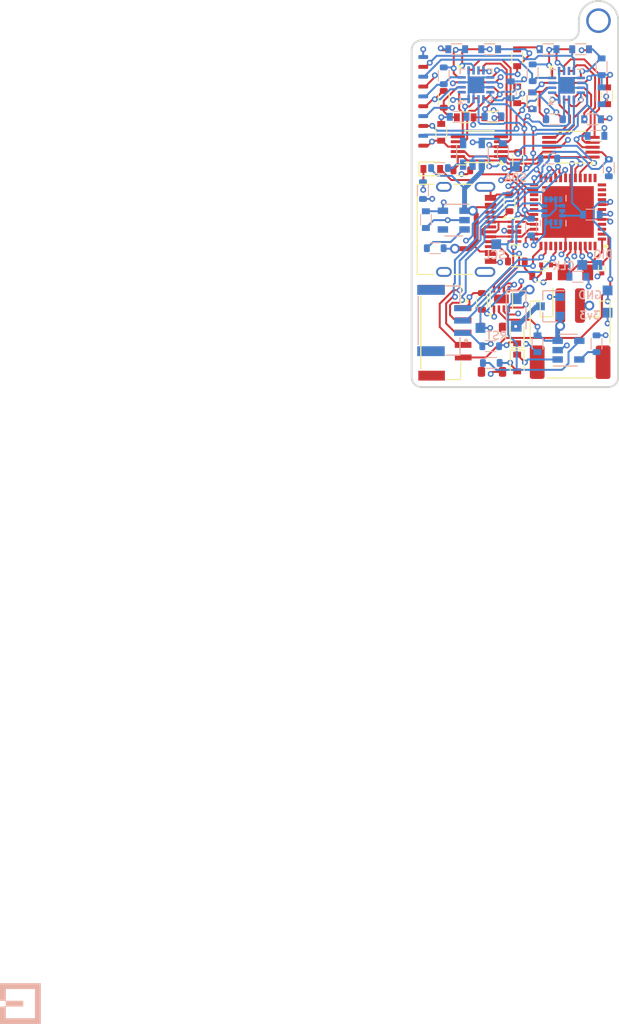
<source format=kicad_pcb>
(kicad_pcb (version 20240108) (generator "pcbnew") (generator_version "8.0")
  (layers (0 "F.Cu" signal) (1 "In1.Cu" signal) (2 "In2.Cu" signal) (31 "B.Cu" signal) (34 "B.Paste" user) (35 "F.Paste" user) (36 "B.SilkS" user "B.Silkscreen") (37 "F.SilkS" user "F.Silkscreen") (38 "B.Mask" user) (39 "F.Mask" user) (44 "Edge.Cuts" user))
  (net 0 "")
  (net 1 "+3.3V")
  (net 2 "Net-(IC2-VDDCORE)")
  (net 3 "+BATT")
  (net 4 "Net-(U13-VSS)")
  (net 5 "Net-(U5A-+)")
  (net 6 "Net-(U5B-+)")
  (net 7 "Net-(U5C-+)")
  (net 8 "Net-(U5D-+)")
  (net 9 "Net-(U12A-+)")
  (net 10 "Net-(U12C-+)")
  (net 11 "Net-(D1-A)")
  (net 12 "Net-(D1-K)")
  (net 13 "VUSB")
  (net 14 "Net-(U12B-+)")
  (net 15 "Net-(U12D-+)")
  (net 16 "/USB_D+")
  (net 17 "/SCK")
  (net 19 "/USB_D-")
  (net 20 "/microprocessor/XIN")
  (net 21 "Net-(D2-K)")
  (net 22 "/STAT_IND")
  (net 24 "/MOSI")
  (net 25 "/SWDIO")
  (net 26 "/~{RESET}")
  (net 28 "/RXD")
  (net 32 "/ADC_ALERT_2")
  (net 33 "/MISO")
  (net 36 "/ADC_ALERT_1")
  (net 38 "/SCL")
  (net 41 "/SDA")
  (net 43 "/SWCLK")
  (net 44 "Net-(U2-CC2)")
  (net 45 "Net-(U2-CC1)")
  (net 46 "Net-(U4-PROG)")
  (net 47 "Net-(U1-QSTRT)")
  (net 48 "Net-(U6-EN)")
  (net 49 "/FSR1")
  (net 50 "/FSR2")
  (net 51 "/FSR3")
  (net 52 "/FSR4")
  (net 53 "/FSR5")
  (net 54 "/FSR7")
  (net 55 "/FSR6")
  (net 56 "/FSR8")
  (net 61 "Net-(U2-D+-PadA6)")
  (net 62 "Net-(U2-D--PadA7)")
  (net 69 "/adc/AIN0")
  (net 70 "/adc/AIN2")
  (net 71 "/adc/AIN1")
  (net 72 "/adc/AIN3")
  (net 73 "/adc/AIN4")
  (net 74 "/adc/AIN6")
  (net 75 "/adc/AIN7")
  (net 76 "/adc/AIN5")
  (net 77 "/peripherals/~{ALRT}")
  (net 79 "/SPI_CS")
  (net 80 "/TXD")
  (net 81 "/fsr_filter_1/ADDR")
  (net 84 "BATT_RAW")
  (net 89 "+3.3VADC")
  (net 90 "Net-(U11-EN)")
  (net 92 "GNDD")
  (net 93 "/microprocessor/XOUT")
  (net 98 "Net-(U7-VSS)")
  (net 99 "Net-(D3-K)")
  (footprint "2_Passives_Capacitors_SMD_IPC:C_1608_603_B" (layer "F.Cu") (at 155.448 57.8104)
    (property "Reference" "C19" (hide yes))
    (property "Value" "1uF" (hide yes))
  )
  (footprint "0_misc:plated_hole_2.0x2.5mm" (layer "F.Cu") (at 169 48)
    (property "Reference" "U14" (hide yes))
    (property "Value" "Mounting-holes" (hide yes))
  )
  (footprint "footprint:TL3365AF180QG" (layer "F.Cu") (at 158.1658 81.407 -90)
    (property "Reference" "SW1" (hide yes))
    (property "Value" "SW_Push" (hide yes))
  )
  (footprint "2_Passives_Capacitors_SMD_IPC:C_1608_603_B" (layer "F.Cu") (at 169.8752 55.626 90)
    (property "Reference" "C26" (hide yes))
    (property "Value" "0.1uF" (hide yes))
  )
  (footprint "2_Passives_Capacitors_SMD_IPC:C_1608_603_B" (layer "F.Cu") (at 157.9372 50.9016)
    (property "Reference" "C16" (hide yes))
    (property "Value" "0.1uF" (hide yes))
  )
  (footprint "1_Semi_Discrete_Diodes_SMD:D_0603" (layer "F.Cu") (at 160.7312 82.7532 -90)
    (property "Reference" "D1" (hide yes))
    (property "Value" "LED" (hide yes))
  )
  (footprint "1_Semi_QFN:WQFN-16-1EP_3x3mm_P0.5mm_EP1.68x1.68mm" (layer "F.Cu") (at 156.5479 54.5084)
    (property "Reference" "U12" (hide yes))
    (property "Value" "TLV9064S" (hide yes))
  )
  (footprint "2_Passives_Capacitors_SMD_IPC:C_1608_603_B" (layer "F.Cu") (at 168.402 58.0136)
    (property "Reference" "C14" (hide yes))
    (property "Value" "1uF" (hide yes))
  )
  (footprint "2_Passives_Capacitors_SMD_IPC:C_1608_603_B" (layer "F.Cu") (at 163.1188 73.9394)
    (property "Reference" "C1" (hide yes))
    (property "Value" "0.1uF" (hide yes))
  )
  (footprint "1_Semi_Discrete_Diodes_SMD:D_0603" (layer "F.Cu") (at 160.7312 79.9084 90)
    (property "Reference" "D3" (hide yes))
    (property "Value" "LED" (hide yes))
  )
  (footprint "2_Passives_Capacitors_SMD_IPC:C_1608_603_B" (layer "F.Cu") (at 163.8808 50.9016 180)
    (property "Reference" "C28" (hide yes))
    (property "Value" "10uF" (hide yes))
  )
  (footprint "2_Passives_Capacitors_SMD_IPC:C_1608_603_B" (layer "F.Cu") (at 160.7312 51.7652 90)
    (property "Reference" "C22" (hide yes))
    (property "Value" "1uF" (hide yes))
  )
  (footprint "footprint:2-smd" (layer "F.Cu") (at 166.908 73.5584 180)
    (property "Reference" "Y1" (hide yes))
    (property "Value" "32.768khz" (hide yes))
  )
  (footprint "2_Passives_Resistors_SMD_IPC:R_1608_603_B" (layer "F.Cu") (at 159.95 66.5 90)
    (property "Reference" "R3" (hide yes))
    (property "Value" "5k1" (hide yes))
  )
  (footprint "2_Passives_Resistors_SMD_IPC:R_1608_603_B" (layer "F.Cu") (at 164.4904 58.0136 180)
    (property "Reference" "R33" (hide yes))
    (property "Value" "5k1" (hide yes))
  )
  (footprint "2_Passives_Capacitors_SMD_IPC:C_1608_603_B" (layer "F.Cu") (at 167.1828 50.9016)
    (property "Reference" "C29" (hide yes))
    (property "Value" "0.1uF" (hide yes))
  )
  (footprint "footprint:fsr_connector" (layer "F.Cu") (at 152.1808 57.689)
    (property "Reference" "J8" (hide yes))
    (property "Value" "header_01x10" (hide yes))
  )
  (footprint "2_Passives_Capacitors_SMD_IPC:C_1608_603_B" (layer "F.Cu") (at 153.0096 59.3344 90)
    (property "Reference" "C21" (hide yes))
    (property "Value" "0.1uF" (hide yes))
  )
  (footprint "1_Semi_QFN:Diodes_UDFN-10_1.0x2.5mm_P0.5mm" (layer "F.Cu") (at 160.45 69.4182)
    (property "Reference" "U3" (hide yes))
    (property "Value" "ESD224DQA" (hide yes))
  )
  (footprint "5_Connectors_JST:JST_PH_S2B-PH-SM4-TB_1x02-1MP_P2.00mm_Horizontal" (layer "F.Cu") (at 166.116 79.777)
    (property "Reference" "J1" (hide yes))
    (property "Value" "CONN_01X02_MALE" (hide yes))
  )
  (footprint "2_Passives_Capacitors_SMD_IPC:C_1608_603_B" (layer "F.Cu") (at 162.2552 56.134 -90)
    (property "Reference" "C13" (hide yes))
    (property "Value" "1uF" (hide yes))
  )
  (footprint "5_Connectors_misc:USB_C_XKB_U262-16XN-4BVC11" (layer "F.Cu") (at 154.3558 69.1896 -90)
    (property "Reference" "U2" (hide yes))
    (property "Value" "USB_C_2.0" (hide yes))
  )
  (footprint "2_Passives_Resistors_SMD_IPC:R_1608_603_B" (layer "F.Cu") (at 155.106 63.1952 180)
    (property "Reference" "R7" (hide yes))
    (property "Value" "4k7" (hide yes))
  )
  (footprint "2_Passives_Capacitors_SMD_IPC:C_1608_603_B" (layer "F.Cu") (at 160.7312 55.5244 -90)
    (property "Reference" "C18" (hide yes))
    (property "Value" "1uF" (hide yes))
  )
  (footprint "2_Passives_Capacitors_SMD_IPC:C_1005_402_B" (layer "F.Cu") (at 163.6696 72.7964)
    (property "Reference" "C2" (hide yes))
    (property "Value" "22pF" (hide yes))
  )
  (footprint "2_Passives_Capacitors_SMD_IPC:C_1608_603_B" (layer "F.Cu") (at 158.25 57.8104 180)
    (property "Reference" "C25" (hide yes))
    (property "Value" "0.1uF" (hide yes))
  )
  (footprint "2_Passives_Capacitors_SMD_IPC:C_1005_402_B" (layer "F.Cu") (at 169.3418 73.15 90)
    (property "Reference" "C8" (hide yes))
    (property "Value" "22pF" (hide yes))
  )
  (footprint "2_Passives_Capacitors_SMD_IPC:C_1608_603_B" (layer "F.Cu") (at 154.5844 50.9016 180)
    (property "Reference" "C4" (hide yes))
    (property "Value" "10uF" (hide yes))
  )
  (footprint "1_Semi_QFN:DFN-8-1EP_2x2mm_P0.5mm_EP0.9x1.5mm" (layer "F.Cu") (at 159.125 76.2544 90)
    (property "Reference" "U1" (hide yes))
    (property "Value" "MAX17048 " (hide yes))
  )
  (footprint "1_Semi_QFN:QFN50P700X700X90-49N-D" (layer "F.Cu") (at 165.9 67.4236 180)
    (property "Reference" "IC2" (hide yes))
    (property "Value" "ATSAMD21G18A-MUT" (hide yes))
  )
  (footprint "1_Semi_QFN:WQFN-16-1EP_3x3mm_P0.5mm_EP1.68x1.68mm" (layer "F.Cu") (at 165.7484 54.5613)
    (property "Reference" "U5" (hide yes))
    (property "Value" "TLV9064S" (hide yes))
  )
  (footprint "footprint:JST_SM05B" (layer "F.Cu") (at 152.9588 79.0448 -90)
    (property "Reference" "J11" (hide yes))
    (property "Value" "CONN_01X05_MALE" (hide yes))
  )
  (footprint "2_Passives_Resistors_SMD_IPC:R_1608_603_B" (layer "F.Cu") (at 160.65 72.45 180)
    (property "Reference" "R2" (hide yes))
    (property "Value" "5k1" (hide yes))
  )
  (footprint "1_Semi_Discrete_Diodes_SMD:D_0603" (layer "F.Cu") (at 152.05 63.05)
    (property "Reference" "D2" (hide yes))
    (property "Value" "LED" (hide yes))
  )
  (footprint "1_Semi_QFN:VSSOP-10_3x3mm_P0.5mm" (layer "F.Cu") (at 156.8704 60.85 180)
    (property "Reference" "U10" (hide yes))
    (property "Value" "ADS1115IDGST" (hide yes))
  )
  (footprint "2_Passives_Resistors_SMD_IPC:R_1608_603_B" (layer "F.Cu") (at 153.2636 55.9816 -90)
    (property "Reference" "R13" (hide yes))
    (property "Value" "5k1" (hide yes))
  )
  (footprint "2_Passives_Resistors_SMD_IPC:R_1608_603_B" (layer "F.Cu") (at 157.1498 76.5048 90)
    (property "Reference" "R8" (hide yes))
    (property "Value" "10k" (hide yes))
  )
  (footprint "1_Semi_QFN:VSSOP-10_3x3mm_P0.5mm" (layer "F.Cu") (at 166.1668 60.9092 180)
    (property "Reference" "U9" (hide yes))
    (property "Value" "ADS1115IDGST" (hide yes))
  )
  (footprint "2_Passives_Resistors_SMD_IPC:R_1608_603_B" (layer "F.Cu") (at 160.8328 62.2 90)
    (property "Reference" "R24" (hide yes))
    (property "Value" "10k" (hide yes))
  )
  (footprint "2_Passives_Capacitors_SMD_IPC:C_1608_603_B" (layer "B.Cu") (at 159.2834 61.3156 -90)
    (property "Reference" "C23" (hide yes))
    (property "Value" "10uF" (hide yes))
  )
  (footprint "0_misc:test_point_1.0mm_square" (layer "B.Cu") (at 169.926 75.3872 180)
    (property "Reference" "J6" (hide yes))
    (property "Value" "TEST_1P" (hide yes))
  )
  (footprint "2_Passives_Resistors_SMD_IPC:R_1608_603_B" (layer "B.Cu") (at 152.4 71.1)
    (property "Reference" "R9" (hide yes))
    (property "Value" "1k" (hide yes))
  )
  (footprint "1_Semi_QFN:WQFN-16-1EP_3x3mm_P0.5mm_EP1.68x1.68mm" (layer "B.Cu") (at 165.747 54.5613)
    (property "Reference" "U7" (hide yes))
    (property "Value" "AD5143BCPZ100" (hide yes))
  )
  (footprint "2_Passives_Resistors_SMD_IPC:R_1608_603_B" (layer "B.Cu") (at 168.402 58.0136 180)
    (property "Reference" "R29" (hide yes))
    (property "Value" "5k1" (hide yes))
  )
  (footprint "2_Passives_Capacitors_SMD_IPC:C_1608_603_B" (layer "B.Cu") (at 166.9 74)
    (property "Reference" "C6" (hide yes))
    (property "Value" "1uF" (hide yes))
  )
  (footprint "2_Passives_Capacitors_SMD_IPC:C_1608_603_B" (layer "B.Cu") (at 169.3164 55.626 90)
    (property "Reference" "C24" (hide yes))
    (property "Value" "10uF" (hide yes))
  )
  (footprint "2_Passives_Resistors_SMD_IPC:R_1608_603_B" (layer "B.Cu") (at 170.05 62.95 90)
    (property "Reference" "R23" (hide yes))
    (property "Value" "10k" (hide yes))
  )
  (footprint "footprint:biomech" (layer "B.Cu") (at 110.0074 147.760267 180)
    (property "Reference" "G***" (hide yes))
    (property "Value" "LOGO" (hide yes))
  )
  (footprint "footprint:JST_BM03B_GHS_TB" (layer "B.Cu") (at 151.9682 79.0814 90)
    (property "Reference" "J3" (hide yes))
    (property "Value" "CONN_01X03_MALE" (hide yes))
  )
  (footprint "0_misc:test_point_1.0mm_square" (layer "B.Cu") (at 158.6 70.7 180)
    (property "Reference" "J10" (hide yes))
    (property "Value" "TEST_1P" (hide yes))
  )
  (footprint "2_Passives_Capacitors_SMD_IPC:C_1608_603_B" (layer "B.Cu") (at 169.3164 52.6796 -90)
    (property "Reference" "C15" (hide yes))
    (property "Value" "1uF" (hide yes))
  )
  (footprint "2_Passives_Resistors_SMD_IPC:R_1608_603_B" (layer "B.Cu") (at 151.15 65.25 -90)
    (property "Reference" "R1" (hide yes))
    (property "Value" "1k" (hide yes))
  )
  (footprint "2_Passives_Resistors_SMD_IPC:R_1608_603_B" (layer "B.Cu") (at 158.2928 57.7088 180)
    (property "Reference" "R12" (hide yes))
    (property "Value" "5k1" (hide yes))
  )
  (footprint "2_Passives_Capacitors_SMD_IPC:C_1608_603_B" (layer "B.Cu") (at 162.306 56.134 -90)
    (property "Reference" "C9" (hide yes))
    (property "Value" "0.1uF" (hide yes))
  )
  (footprint "2_Passives_Capacitors_SMD_IPC:C_1608_603_B" (layer "B.Cu") (at 168.75 59.7 180)
    (property "Reference" "C20" (hide yes))
    (property "Value" "0.1uF" (hide yes))
  )
  (footprint "2_Passives_Capacitors_SMD_IPC:C_1608_603_B" (layer "B.Cu") (at 154.5844 50.9016 180)
    (property "Reference" "C17" (hide yes))
    (property "Value" "1uF" (hide yes))
  )
  (footprint "2_Passives_Capacitors_SMD_IPC:C_1608_603_B" (layer "B.Cu") (at 160.0708 55.0164 90)
    (property "Reference" "C12" (hide yes))
    (property "Value" "0.1uF" (hide yes))
  )
  (footprint "1_Semi_TO_SOT:SOT-23-5" (layer "B.Cu") (at 156.1846 61.5188 90)
    (property "Reference" "U11" (hide yes))
    (property "Value" "AP2112K-3V_SOT-25" (hide yes))
  )
  (footprint "2_Passives_Resistors_SMD_IPC:R_1608_603_B" (layer "B.Cu") (at 167.1828 50.9016)
    (property "Reference" "R31" (hide yes))
    (property "Value" "5k1" (hide yes))
  )
  (footprint "2_Passives_Resistors_SMD_IPC:R_1608_603_B" (layer "B.Cu") (at 152.8318 62.9666 180)
    (property "Reference" "R27" (hide yes))
    (property "Value" "1k" (hide yes))
  )
  (footprint "2_Passives_Resistors_SMD_IPC:R_1608_603_B" (layer "B.Cu") (at 162.306 53.2892 90)
    (property "Reference" "R21" (hide yes))
    (property "Value" "5k1" (hide yes))
  )
  (footprint "0_misc:test_point_1.0mm_square" (layer "B.Cu") (at 157 79.2 180)
    (property "Reference" "J5" (hide yes))
    (property "Value" "TEST_1P" (hide yes))
  )
  (footprint "2_Passives_Capacitors_SMD_IPC:C_1608_603_B" (layer "B.Cu") (at 162.8 80.8 -90)
    (property "Reference" "C7" (hide yes))
    (property "Value" "10uF" (hide yes))
  )
  (footprint "2_Passives_Capacitors_SMD_IPC:C_1608_603_B" (layer "B.Cu") (at 168.275 67.691)
    (property "Reference" "C5" (hide yes))
    (property "Value" "0.1uF" (hide yes))
  )
  (footprint "2_Passives_Resistors_SMD_IPC:R_1608_603_B" (layer "B.Cu") (at 158.0388 81.05 180)
    (property "Reference" "R16" (hide yes))
    (property "Value" "1k" (hide yes))
  )
  (footprint "2_Passives_Capacitors_SMD_IPC:C_1608_603_B" (layer "B.Cu") (at 163.8808 50.9016 180)
    (property "Reference" "C10" (hide yes))
    (property "Value" "1uF" (hide yes))
  )
  (footprint "1_Semi_QFN:WQFN-16-1EP_3x3mm_P0.5mm_EP1.68x1.68mm" (layer "B.Cu") (at 156.5479 54.5084)
    (property "Reference" "U13" (hide yes))
    (property "Value" "AD5143BCPZ100" (hide yes))
  )
  (footprint "0_misc:test_point_1.0mm_square" (layer "B.Cu") (at 169.926 77.6478 180)
    (property "Reference" "J7" (hide yes))
    (property "Value" "TEST_1P" (hide yes))
  )
  (footprint "footprint:PQFN50P250X300X86-14N" (layer "B.Cu") (at 164.4 67.3 -90)
    (property "Reference" "U8" (hide yes))
    (property "Value" "LSM6DSV16X" (hide yes))
  )
  (footprint "0_misc:test_point_1.0mm_square" (layer "B.Cu") (at 167.35 72.8 180)
    (property "Reference" "J4" (hide yes))
    (property "Value" "TEST_1P" (hide yes))
  )
  (footprint "1_Semi_TO_SOT:SOT-23-5" (layer "B.Cu") (at 154.2796 68.2498 180)
    (property "Reference" "U6" (hide yes))
    (property "Value" "AP2112K-3V_SOT-25" (hide yes))
  )
  (footprint "1_Semi_TO_SOT:SOT-23" (layer "B.Cu") (at 164.1 77 180)
    (property "Reference" "Q2" (hide yes))
    (property "Value" "Q_PMOS_GSD" (hide yes))
  )
  (footprint "2_Passives_Capacitors_SMD_IPC:C_1608_603_B" (layer "B.Cu") (at 151.45 68.2 -90)
    (property "Reference" "C11" (hide yes))
    (property "Value" "10uF" (hide yes))
  )
  (footprint "2_Passives_Resistors_SMD_IPC:R_1608_603_B" (layer "B.Cu") (at 153.2636 53.594 90)
    (property "Reference" "R11" (hide yes))
    (property "Value" "5k1" (hide yes))
  )
  (footprint "0_misc:test_point_1.0mm_square" (layer "B.Cu") (at 160.5 62.8 180)
    (property "Reference" "J9" (hide yes))
    (property "Value" "TEST_1P" (hide yes))
  )
  (footprint "2_Passives_Resistors_SMD_IPC:R_1608_603_B" (layer "B.Cu") (at 158.1 82.75)
    (property "Reference" "R4" (hide yes))
    (property "Value" "1k" (hide yes))
  )
  (footprint "2_Passives_Capacitors_SMD_IPC:C_1608_603_B" (layer "B.Cu") (at 154.7368 57.7596 180)
    (property "Reference" "C3" (hide yes))
    (property "Value" "10uF" (hide yes))
  )
  (footprint "1_Semi_TO_SOT:SOT-23-5" (layer "B.Cu") (at 165.95 81.45)
    (property "Reference" "U4" (hide yes))
    (property "Value" "MCP73831" (hide yes))
  )
  (footprint "1_Semi_Discrete_Diodes_SMD:D_SOD-123F" (layer "B.Cu") (at 160.6296 77.6224 -90)
    (property "Reference" "D6" (hide yes))
    (property "Value" "PMEG1030EH" (hide yes))
  )
  (footprint "2_Passives_Resistors_SMD_IPC:R_1608_603_B" (layer "B.Cu") (at 157.9372 50.9016)
    (property "Reference" "R14" (hide yes))
    (property "Value" "5k1" (hide yes))
  )
  (footprint "2_Passives_Resistors_SMD_IPC:R_1608_603_B" (layer "B.Cu") (at 162.15 68.95 90)
    (property "Reference" "R6" (hide yes))
    (property "Value" "4k7" (hide yes))
  )
  (footprint "2_Passives_Resistors_SMD_IPC:R_1608_603_B" (layer "B.Cu") (at 163.95 62 180)
    (property "Reference" "R10" (hide yes))
    (property "Value" "10k" (hide yes))
  )
  (footprint "2_Passives_Resistors_SMD_IPC:R_1608_603_B" (layer "B.Cu") (at 168.8 80.8 90)
    (property "Reference" "R5" (hide yes))
    (property "Value" "4k7" (hide yes))
  )
  (footprint "0_misc:test_point_1.0mm_square" (layer "B.Cu") (at 168.8846 72.7964 180)
    (property "Reference" "J2" (hide yes))
    (property "Value" "TEST_1P" (hide yes))
  )
  (footprint "2_Passives_Resistors_SMD_IPC:R_1608_603_B" (layer "B.Cu") (at 164.5412 58.0136)
    (property "Reference" "R15" (hide yes))
    (property "Value" "1k" (hide yes))
  )
  (gr_line (start 171 50) (end 171 84.2) (stroke (width 0.2)) (layer "Edge.Cuts"))
  (gr_arc (start 167 49) (mid 166.707107 49.707107) (end 166 50) (stroke (width 0.2)) (layer "Edge.Cuts"))
  (gr_arc (start 150 51) (mid 150.292893 50.292893) (end 151 50) (stroke (width 0.2)) (layer "Edge.Cuts"))
  (gr_arc (start 167 48) (mid 169 46) (end 171 48) (stroke (width 0.2)) (layer "Edge.Cuts"))
  (gr_arc (start 171 84.2) (mid 170.707107 84.907107) (end 170 85.2) (stroke (width 0.2)) (layer "Edge.Cuts"))
  (gr_line (start 171 48) (end 171 50) (stroke (width 0.2)) (layer "Edge.Cuts"))
  (gr_line (start 150 84.2) (end 150 51) (stroke (width 0.2)) (layer "Edge.Cuts"))
  (gr_line (start 170 85.2) (end 151 85.2) (stroke (width 0.2)) (layer "Edge.Cuts"))
  (gr_arc (start 151 85.2) (mid 150.292893 84.907107) (end 150 84.2) (stroke (width 0.2)) (layer "Edge.Cuts"))
  (gr_line (start 167 48) (end 167 49) (stroke (width 0.2)) (layer "Edge.Cuts"))
  (gr_line (start 151 50) (end 166 50) (stroke (width 0.2)) (layer "Edge.Cuts"))
  (gr_text "RST\n" (at 159.8422 80.4418 0) (layer "B.SilkS") (effects (font (size 0.8 0.8) (thickness 0.15) (bold yes)) (justify left bottom mirror)))
  (gr_text "GND\n" (at 169.4688 76.327 0) (layer "B.SilkS") (effects (font (size 0.8 0.8) (thickness 0.15) (bold yes)) (justify left bottom mirror)))
  (gr_text "SDA\n" (at 161.8234 64.4144 0) (layer "B.SilkS") (effects (font (size 0.8 0.8) (thickness 0.15) (bold yes)) (justify left bottom mirror)))
  (gr_text "SCL\n" (at 159.6644 72.263 0) (layer "B.SilkS") (effects (font (size 0.8 0.8) (thickness 0.15) (bold yes)) (justify left bottom mirror)))
  (gr_text "3v3" (at 169.291 78.3844 0) (layer "B.SilkS") (effects (font (size 0.8 0.8) (thickness 0.15) (bold yes)) (justify left bottom mirror)))
  (gr_text "DIO" (at 170.5864 71.1962 180) (layer "B.SilkS") (effects (font (size 0.8 0.8) (thickness 0.15) (bold yes)) (justify left bottom)))
  (gr_text "CLK\n" (at 166.6748 73.3552 0) (layer "B.SilkS") (effects (font (size 0.8 0.8) (thickness 0.15) (bold yes)) (justify left bottom mirror)))
  (segment (start 166.65 71.818513) (end 166.65 70.8736) (width 0.2) (layer "F.Cu") (net 1))
  (segment (start 162.4 70.2236) (end 162.4 70.8) (width 0.2) (layer "F.Cu") (net 1))
  (segment (start 170.099997 67.7) (end 169.3 67.7) (width 0.2) (layer "F.Cu") (net 1))
  (segment (start 159.375 77.51979) (end 159.375 77.2544) (width 0.2) (layer "F.Cu") (net 1))
  (segment (start 166.65 63.0422) (end 166.65 63.9736) (width 0.2) (layer "F.Cu") (net 1))
  (segment (start 166.545873 71.92264) (end 166.65 71.818513) (width 0.2) (layer "F.Cu") (net 1))
  (segment (start 155.074 63.578802) (end 155.660398 63.578802) (width 0.2) (layer "F.Cu") (net 1))
  (segment (start 160.834566 77.729401) (end 160.729567 77.8344) (width 0.2) (layer "F.Cu") (net 1))
  (segment (start 159.68961 77.8344) (end 159.375 77.51979) (width 0.2) (layer "F.Cu") (net 1))
  (segment (start 162.45 70.1736) (end 162.4 70.2236) (width 0.2) (layer "F.Cu") (net 1))
  (segment (start 160.729567 77.8344) (end 159.68961 77.8344) (width 0.2) (layer "F.Cu") (net 1))
  (segment (start 170.2 67.599997) (end 170.099997 67.7) (width 0.2) (layer "F.Cu") (net 1))
  (segment (start 163.9688 73.9394) (end 163.9688 74.0038) (width 0.2) (layer "F.Cu") (net 1))
  (segment (start 167.1574 62.5348) (end 166.65 63.0422) (width 0.2) (layer "F.Cu") (net 1))
  (segment (start 160.8328 63.05) (end 159.5 63.05) (width 0.2) (layer "F.Cu") (net 1))
  (segment (start 155.660398 63.578802) (end 156.044 63.1952) (width 0.2) (layer "F.Cu") (net 1))
  (segment (start 163.9688 74.0038) (end 163.3982 74.5744) (width 0.2) (layer "F.Cu") (net 1))
  (segment (start 159.5 63.05) (end 159.45 63) (width 0.2) (layer "F.Cu") (net 1))
  (via (at 153.2636 66.4464) (size 0.6) (drill 0.3) (layers "F.Cu" "B.Cu") (net 1))
  (via (at 163.3982 74.5744) (size 0.6) (drill 0.3) (layers "F.Cu" "B.Cu") (net 1))
  (via (at 159.45 63) (size 0.6) (drill 0.3) (layers "F.Cu" "B.Cu") (net 1))
  (via (at 167.1574 62.5348) (size 0.6) (drill 0.3) (layers "F.Cu" "B.Cu") (net 1))
  (via (at 160.834566 77.729401) (size 0.6) (drill 0.3) (layers "F.Cu" "B.Cu") (net 1))
  (via (at 169.926 78.74) (size 0.6) (drill 0.3) (layers "F.Cu" "B.Cu") (net 1))
  (via (at 162.4 70.8) (size 0.6) (drill 0.3) (layers "F.Cu" "B.Cu") (net 1))
  (via (at 166.545873 71.92264) (size 0.6) (drill 0.3) (layers "F.Cu" "B.Cu") (net 1))
  (via (at 170.05 63.1) (size 0.6) (drill 0.3) (layers "F.Cu" "B.Cu") (net 1))
  (via (at 155.074 63.578802) (size 0.6) (drill 0.3) (layers "F.Cu" "B.Cu") (net 1))
  (via (at 170.2 67.599997) (size 0.6) (drill 0.3) (layers "F.Cu" "B.Cu") (net 1))
  (segment (start 153.1796 66.5304) (end 153.2636 66.4464) (width 0.2) (layer "B.Cu") (net 1))
  (segment (start 165.055 68.995) (end 164.245 68.995) (width 0.2) (layer "B.Cu") (net 1))
  (segment (start 164.65 66.72) (end 164.65 66.15) (width 0.2) (layer "B.Cu") (net 1))
  (segment (start 164.73 66.8) (end 164.65 66.72) (width 0.2) (layer "B.Cu") (net 1))
  (segment (start 163.65 68.46) (end 163.65 67.9) (width 0.2) (layer "B.Cu") (net 1))
  (segment (start 166.783734 61.933734) (end 167.1574 62.3074) (width 0.2) (layer "B.Cu") (net 1))
  (segment (start 164.245 68.995) (end 164.175 68.925) (width 0.2) (layer "B.Cu") (net 1))
  (segment (start 162.15 69.8) (end 162.4 70.05) (width 0.2) (layer "B.Cu") (net 1))
  (segment (start 164.866266 61.933734) (end 166.783734 61.933734) (width 0.2) (layer "B.Cu") (net 1))
  (segment (start 163.55 69.65) (end 163.55 68.6) (width 0.2) (layer "B.Cu") (net 1))
  (segment (start 162.4 70.05) (end 162.4 70.8) (width 0.2) (layer "B.Cu") (net 1))
  (segment (start 163.49 67.8) (end 163.995 67.8) (width 0.2) (layer "B.Cu") (net 1))
  (segment (start 162.4 70.8) (end 163.55 69.65) (width 0.2) (layer "B.Cu") (net 1))
  (segment (start 165.15 68.46) (end 165.15 68.9) (width 0.2) (layer "B.Cu") (net 1))
  (segment (start 164.56 66.14) (end 164.6 66.1) (width 0.2) (layer "B.Cu") (net 1))
  (segment (start 169.125 67.691) (end 170.108997 67.691) (width 0.2) (layer "B.Cu") (net 1))
  (segment (start 165.31 66.8) (end 164.73 66.8) (width 0.2) (layer "B.Cu") (net 1))
  (segment (start 170.108997 67.691) (end 170.2 67.599997) (width 0.2) (layer "B.Cu") (net 1))
  (segment (start 163.995 67.8) (end 164.65 67.145) (width 0.2) (layer "B.Cu") (net 1))
  (segment (start 153.1796 67.2998) (end 153.1796 66.5304) (width 0.2) (layer "B.Cu") (net 1))
  (segment (start 163.65 66.14) (end 164.56 66.14) (width 0.2) (layer "B.Cu") (net 1))
  (segment (start 170.05 63.8) (end 170.05 63.1) (width 0.2) (layer "B.Cu") (net 1))
  (segment (start 164.175 68.925) (end 164.175 68.45) (width 0.2) (layer "B.Cu") (net 1))
  (segment (start 164.65 67.145) (end 164.65 66.72) (width 0.2) (layer "B.Cu") (net 1))
  (segment (start 164.8 62) (end 164.866266 61.933734) (width 0.2) (layer "B.Cu") (net 1))
  (segment (start 169.926 78.74) (end 169.926 77.6478) (width 0.2) (layer "B.Cu") (net 1))
  (segment (start 151.45 67.35) (end 153.1 67.35) (width 0.2) (layer "B.Cu") (net 1))
  (segment (start 165.15 68.9) (end 165.055 68.995) (width 0.2) (layer "B.Cu") (net 1))
  (segment (start 163.71 68.46) (end 163.65 68.4) (width 0.2) (layer "B.Cu") (net 1))
  (segment (start 167.1574 62.3074) (end 167.1574 62.5348) (width 0.2) (layer "B.Cu") (net 1))
  (segment (start 164.15 68.46) (end 163.71 68.46) (width 0.2) (layer "B.Cu") (net 1))
  (segment (start 165.827974 72.275663) (end 165.827974 71.79201) (width 0.2) (layer "F.Cu") (net 2))
  (segment (start 165.827974 71.79201) (end 166.15 71.469984) (width 0.2) (layer "F.Cu") (net 2))
  (segment (start 166.15 71.469984) (end 166.15 70.8736) (width 0.2) (layer "F.Cu") (net 2))
  (via (at 165.827974 72.275663) (size 0.6) (drill 0.3) (layers "F.Cu" "B.Cu") (net 2))
  (segment (start 165.827974 72.275663) (end 166.05 72.497689) (width 0.2) (layer "B.Cu") (net 2))
  (segment (start 166.05 72.497689) (end 166.05 74) (width 0.2) (layer "B.Cu") (net 2))
  (segment (start 160.5788 79.0448) (end 160.5924 79.0584) (width 0.2) (layer "F.Cu") (net 3))
  (segment (start 160.5924 79.0584) (end 160.7312 79.0584) (width 0.2) (layer "F.Cu") (net 3))
  (via (at 160.5788 79.0448) (size 0.6) (drill 0.3) (layers "F.Cu" "B.Cu") (net 3))
  (segment (start 160.6296 79.0224) (end 160.7028 79.0224) (width 0.5) (layer "B.Cu") (net 3))
  (segment (start 162.6616 77.0636) (end 163.068 77.0636) (width 0.5) (layer "B.Cu") (net 3))
  (segment (start 160.7028 79.0224) (end 162.6616 77.0636) (width 0.5) (layer "B.Cu") (net 3))
  (segment (start 155.1432 52.562) (end 155.1432 51.2064) (width 0.2) (layer "F.Cu") (net 4))
  (segment (start 155.1432 51.2064) (end 155.3972 50.9524) (width 0.2) (layer "F.Cu") (net 4))
  (segment (start 155.4344 50.9016) (end 157.1244 50.9016) (width 0.2) (layer "F.Cu") (net 4))
  (via (at 155.1432 52.562) (size 0.6) (drill 0.3) (layers "F.Cu" "B.Cu") (net 4))
  (segment (start 156.2979 53.0509) (end 156.2979 52.633401) (width 0.2) (layer "B.Cu") (net 4))
  (segment (start 156.2979 52.633401) (end 156.039299 52.3748) (width 0.2) (layer "B.Cu") (net 4))
  (segment (start 156.039299 52.3748) (end 155.3304 52.3748) (width 0.2) (layer "B.Cu") (net 4))
  (segment (start 155.3304 52.3748) (end 155.1432 52.562) (width 0.2) (layer "B.Cu") (net 4))
  (segment (start 164.2909 52.8357) (end 164.2909 53.8113) (width 0.2) (layer "F.Cu") (net 5))
  (segment (start 163.9824 52.5272) (end 164.2909 52.8357) (width 0.2) (layer "F.Cu") (net 5))
  (segment (start 163.9872 50.9572) (end 163.9824 50.962) (width 0.2) (layer "F.Cu") (net 5))
  (segment (start 163.9824 50.962) (end 163.9824 52.5272) (width 0.2) (layer "F.Cu") (net 5))
  (via (at 163.9872 50.9572) (size 0.6) (drill 0.3) (layers "F.Cu" "B.Cu") (net 5))
  (via (at 163.9824 52.5272) (size 0.6) (drill 0.3) (layers "F.Cu" "B.Cu") (net 5))
  (segment (start 164.0428 50.9016) (end 164.7308 50.9016) (width 0.2) (layer "B.Cu") (net 5))
  (segment (start 163.9824 52.5272) (end 163.8944 52.4392) (width 0.2) (layer "B.Cu") (net 5))
  (segment (start 163.8944 52.4392) (end 162.306 52.4392) (width 0.2) (layer "B.Cu") (net 5))
  (segment (start 163.9872 50.9572) (end 164.0428 50.9016) (width 0.2) (layer "B.Cu") (net 5))
  (segment (start 163.0172 57.3024) (end 163.0172 55.2196) (width 0.2) (layer "F.Cu") (net 6))
  (segment (start 164.2909 54.8113) (end 163.7303 54.8113) (width 0.2) (layer "F.Cu") (net 6))
  (segment (start 163.0172 55.2196) (end 162.3568 55.2196) (width 0.2) (layer "F.Cu") (net 6))
  (segment (start 163.6404 58.0136) (end 163.6404 57.9256) (width 0.2) (layer "F.Cu") (net 6))
  (segment (start 163.7303 54.8113) (end 163.322 55.2196) (width 0.2) (layer "F.Cu") (net 6))
  (segment (start 163.6404 57.9256) (end 163.0172 57.3024) (width 0.2) (layer "F.Cu") (net 6))
  (segment (start 163.322 55.2196) (end 163.0172 55.2196) (width 0.2) (layer "F.Cu") (net 6))
  (segment (start 168.2496 56.670886) (end 168.2496 55.52211) (width 0.2) (layer "F.Cu") (net 7))
  (segment (start 168.2496 55.52211) (end 167.53879 54.8113) (width 0.2) (layer "F.Cu") (net 7))
  (segment (start 167.552 58.0136) (end 167.552 57.368486) (width 0.2) (layer "F.Cu") (net 7))
  (segment (start 167.552 57.368486) (end 168.2496 56.670886) (width 0.2) (layer "F.Cu") (net 7))
  (segment (start 167.53879 54.8113) (end 167.2059 54.8113) (width 0.2) (layer "F.Cu") (net 7))
  (via (at 167.5988 58.0136) (size 0.6) (drill 0.3) (layers "F.Cu" "B.Cu") (net 7))
  (segment (start 167.5988 58.0136) (end 167.552 58.0136) (width 0.2) (layer "B.Cu") (net 7))
  (segment (start 167.2059 53.2819) (end 167.2059 53.8113) (width 0.2) (layer "F.Cu") (net 8))
  (segment (start 167.350739 53.137061) (end 167.2059 53.2819) (width 0.2) (layer "F.Cu") (net 8))
  (via (at 167.350739 53.137061) (size 0.6) (drill 0.3) (layers "F.Cu" "B.Cu") (net 8))
  (segment (start 169.2266 51.8296) (end 167.919139 53.137061) (width 0.2) (layer "B.Cu") (net 8))
  (segment (start 168.402 50.9016) (end 168.0328 50.9016) (width 0.2) (layer "B.Cu") (net 8))
  (segment (start 167.919139 53.137061) (end 167.350739 53.137061) (width 0.2) (layer "B.Cu") (net 8))
  (segment (start 169.3164 51.816) (end 168.402 50.9016) (width 0.2) (layer "B.Cu") (net 8))
  (segment (start 169.3164 51.8296) (end 169.2266 51.8296) (width 0.2) (layer "B.Cu") (net 8))
  (segment (start 169.3164 51.8296) (end 169.3164 51.816) (width 0.2) (layer "B.Cu") (net 8))
  (segment (start 154.698 53.7584) (end 155.0904 53.7584) (width 0.2) (layer "F.Cu") (net 9))
  (segment (start 154.2796 51.1652) (end 154.4828 50.962) (width 0.2) (layer "F.Cu") (net 9))
  (segment (start 154.2796 53.34) (end 154.698 53.7584) (width 0.2) (layer "F.Cu") (net 9))
  (segment (start 154.2796 52.832) (end 154.2796 51.1652) (width 0.2) (layer "F.Cu") (net 9))
  (segment (start 154.2796 52.832) (end 154.2796 53.34) (width 0.2) (layer "F.Cu") (net 9))
  (via (at 154.2796 52.832) (size 0.6) (drill 0.3) (layers "F.Cu" "B.Cu") (net 9))
  (via (at 154.4828 50.962) (size 0.6) (drill 0.3) (layers "F.Cu" "B.Cu") (net 9))
  (segment (start 155.4384 50.962) (end 155.448 50.9524) (width 0.2) (layer "B.Cu") (net 9))
  (segment (start 154.2796 52.832) (end 154.1916 52.744) (width 0.2) (layer "B.Cu") (net 9))
  (segment (start 154.4828 50.962) (end 155.4384 50.962) (width 0.2) (layer "B.Cu") (net 9))
  (segment (start 154.1916 52.744) (end 153.2636 52.744) (width 0.2) (layer "B.Cu") (net 9))
  (segment (start 158.33829 54.7584) (end 158.0054 54.7584) (width 0.2) (layer "F.Cu") (net 10))
  (segment (start 157.464819 56.9804) (end 157.464819 56.971581) (width 0.2) (layer "F.Cu") (net 10))
  (segment (start 157.464819 56.971581) (end 158.95183 55.48457) (width 0.2) (layer "F.Cu") (net 10))
  (segment (start 158.95183 55.37194) (end 158.33829 54.7584) (width 0.2) (layer "F.Cu") (net 10))
  (segment (start 158.95183 55.48457) (end 158.95183 55.37194) (width 0.2) (layer "F.Cu") (net 10))
  (via (at 158.95183 55.48457) (size 0.6) (drill 0.3) (layers "F.Cu" "B.Cu") (net 10))
  (via (at 157.464819 56.9804) (size 0.6) (drill 0.3) (layers "F.Cu" "B.Cu") (net 10))
  (via (at 160.782 54.7664) (size 0.6) (drill 0.3) (layers "F.Cu" "B.Cu") (net 10))
  (segment (start 160.3288 55.2196) (end 159.2168 55.2196) (width 0.2) (layer "B.Cu") (net 10))
  (segment (start 159.2168 55.2196) (end 158.95183 55.48457) (width 0.2) (layer "B.Cu") (net 10))
  (segment (start 157.4428 57.002419) (end 157.4428 57.7088) (width 0.2) (layer "B.Cu") (net 10))
  (segment (start 160.782 54.7664) (end 160.3288 55.2196) (width 0.2) (layer "B.Cu") (net 10))
  (segment (start 157.464819 56.9804) (end 157.4428 57.002419) (width 0.2) (layer "B.Cu") (net 10))
  (segment (start 160.02 82.7278) (end 160.02 82.8802) (width 0.2) (layer "F.Cu") (net 11))
  (segment (start 160.02 82.8802) (end 160.7312 83.5914) (width 0.2) (layer "F.Cu") (net 11))
  (segment (start 160.7312 83.5914) (end 160.7312 83.6032) (width 0.2) (layer "F.Cu") (net 11))
  (via (at 160.02 82.7278) (size 0.6) (drill 0.3) (layers "F.Cu" "B.Cu") (net 11))
  (segment (start 160.02 82.7278) (end 159.9978 82.75) (width 0.2) (layer "B.Cu") (net 11))
  (segment (start 159.9978 82.75) (end 158.95 82.75) (width 0.2) (layer "B.Cu") (net 11))
  (segment (start 161.516001 82.688001) (end 160.7312 81.9032) (width 0.2) (layer "F.Cu") (net 12))
  (segment (start 161.516001 82.7024) (end 161.516001 82.688001) (width 0.2) (layer "F.Cu") (net 12))
  (via (at 161.516001 82.7024) (size 0.6) (drill 0.3) (layers "F.Cu" "B.Cu") (net 12))
  (segment (start 161.818401 82.4) (end 164.85 82.4) (width 0.2) (layer "B.Cu") (net 12))
  (segment (start 161.516001 82.7024) (end 161.818401 82.4) (width 0.2) (layer "B.Cu") (net 12))
  (segment (start 156.5656 67.643498) (end 156.21898 67.296878) (width 0.5) (layer "F.Cu") (net 13))
  (segment (start 156.576258 66.9396) (end 158.0258 66.9396) (width 0.2) (layer "F.Cu") (net 13))
  (segment (start 156.3 70.8) (end 156.9396 71.4396) (width 0.2) (layer "F.Cu") (net 13))
  (segment (start 156.9396 71.4396) (end 158.0258 71.4396) (width 0.2) (layer "F.Cu") (net 13))
  (segment (start 155.949361 71.150639) (end 154.400395 71.150639) (width 0.5) (layer "F.Cu") (net 13))
  (segment (start 156.3 70.8) (end 155.949361 71.150639) (width 0.5) (layer "F.Cu") (net 13))
  (segment (start 156.21898 67.296878) (end 156.576258 66.9396) (width 0.2) (layer "F.Cu") (net 13))
  (segment (start 156.5656 70.5344) (end 156.5656 67.643498) (width 0.5) (layer "F.Cu") (net 13))
  (segment (start 156.3 70.8) (end 156.5656 70.5344) (width 0.5) (layer "F.Cu") (net 13))
  (via (at 156.21898 67.296878) (size 1) (drill 0.6) (layers "F.Cu" "B.Cu") (net 13))
  (via (at 154.400395 71.150639) (size 1) (drill 0.6) (layers "F.Cu" "B.Cu") (net 13))
  (via (at 162 75.3) (size 1) (drill 0.6) (layers "F.Cu" "B.Cu") (net 13))
  (segment (start 166.95 80.65681) (end 166.95 80.45) (width 0.2) (layer "B.Cu") (net 13))
  (segment (start 157.909448 82.75) (end 158.609448 83.45) (width 0.2) (layer "B.Cu") (net 13))
  (segment (start 155.3796 67.2998) (end 155.3796 65.0388) (width 0.5) (layer "B.Cu") (net 13))
  (segment (start 154.400395 71.150639) (end 153.300639 71.150639) (width 0.2) (layer "B.Cu") (net 13))
  (segment (start 160.6804 83.45) (end 165.3 83.45) (width 0.2) (layer "B.Cu") (net 13))
  (segment (start 151.9818 62.9666) (end 151.9818 63.0992) (width 0.2) (layer "B.Cu") (net 13))
  (segment (start 152.6326 63.75) (end 154.0908 63.75) (width 0.2) (layer "B.Cu") (net 13))
  (segment (start 159.8168 77.0128) (end 160.5788 76.2508) (width 0.2) (layer "B.Cu") (net 13))
  (segment (start 155.3796 65.0388) (end 157.1244 63.294) (width 0.5) (layer "B.Cu") (net 13))
  (segment (start 156.21898 67.296878) (end 156.205858 67.31) (width 0.5) (layer "B.Cu") (net 13))
  (segment (start 160.6804 83.45) (end 160.6804 80.7732) (width 0.2) (layer "B.Cu") (net 13))
  (segment (start 160.6804 80.7732) (end 159.8168 79.9096) (width 0.2) (layer "B.Cu") (net 13))
  (segment (start 165.95 81.65681) (end 166.95 80.65681) (width 0.2) (layer "B.Cu") (net 13))
  (segment (start 161.552 75.3) (end 160.6296 76.2224) (width 0.5) (layer "B.Cu") (net 13))
  (segment (start 159.8168 79.9096) (end 159.8168 77.0128) (width 0.2) (layer "B.Cu") (net 13))
  (segment (start 154.0908 63.75) (end 155.3796 65.0388) (width 0.2) (layer "B.Cu") (net 13))
  (segment (start 156.205858 67.31) (end 155.4226 67.31) (width 0.5) (layer "B.Cu") (net 13))
  (segment (start 153.300639 71.150639) (end 153.25 71.1) (width 0.2) (layer "B.Cu") (net 13))
  (segment (start 165.3 83.45) (end 165.95 82.8) (width 0.2) (layer "B.Cu") (net 13))
  (segment (start 165.95 82.8) (end 165.95 81.65681) (width 0.2) (layer "B.Cu") (net 13))
  (segment (start 162 75.3) (end 161.552 75.3) (width 0.5) (layer "B.Cu") (net 13))
  (segment (start 151.9818 63.0992) (end 152.6326 63.75) (width 0.2) (layer "B.Cu") (net 13))
  (segment (start 157.1244 63.294) (end 157.1244 62.5856) (width 0.5) (layer "B.Cu") (net 13))
  (segment (start 158.609448 83.45) (end 160.6804 83.45) (width 0.2) (layer "B.Cu") (net 13))
  (segment (start 157.25 82.75) (end 157.909448 82.75) (width 0.2) (layer "B.Cu") (net 13))
  (segment (start 153.2636 56.7808) (end 153.2636 56.142355) (width 0.2) (layer "F.Cu") (net 14))
  (segment (start 153.2636 57.2008) (end 153.8732 57.8104) (width 0.2) (layer "F.Cu") (net 14))
  (segment (start 153.8732 57.8104) (end 154.5336 57.8104) (width 0.2) (layer "F.Cu") (net 14))
  (segment (start 154.643555 54.7624) (end 155.1432 54.7624) (width 0.2) (layer "F.Cu") (net 14))
  (segment (start 153.2636 56.7808) (end 153.2636 57.2008) (width 0.2) (layer "F.Cu") (net 14))
  (segment (start 153.2636 56.142355) (end 154.643555 54.7624) (width 0.2) (layer "F.Cu") (net 14))
  (segment (start 161.972752 51.3092) (end 161.972752 51.488848) (width 0.2) (layer "F.Cu") (net 15))
  (segment (start 160.7312 52.6152) (end 160.7312 53.3908) (width 0.2) (layer "F.Cu") (net 15))
  (segment (start 161.972752 51.488848) (end 160.8328 52.6288) (width 0.2) (layer "F.Cu") (net 15))
  (segment (start 158.677488 53.027957) (end 158.677488 53.260112) (width 0.2) (layer "F.Cu") (net 15))
  (segment (start 158.1792 53.7584) (end 158.0054 53.7584) (width 0.2) (layer "F.Cu") (net 15))
  (segment (start 160.8328 52.6288) (end 160.7312 52.6288) (width 0.2) (layer "F.Cu") (net 15))
  (segment (start 158.677488 53.260112) (end 158.1792 53.7584) (width 0.2) (layer "F.Cu") (net 15))
  (segment (start 160.7312 53.3908) (end 160.782 53.4416) (width 0.2) (layer "F.Cu") (net 15))
  (via (at 161.972752 51.3092) (size 0.6) (drill 0.3) (layers "F.Cu" "B.Cu") (net 15))
  (via (at 160.782 53.4416) (size 0.6) (drill 0.3) (layers "F.Cu" "B.Cu") (net 15))
  (via (at 158.677488 53.027957) (size 0.6) (drill 0.3) (layers "F.Cu" "B.Cu") (net 15))
  (segment (start 159.604802 53.4416) (end 160.782 53.4416) (width 0.2) (layer "B.Cu") (net 15))
  (segment (start 159.191159 53.027957) (end 159.604802 53.4416) (width 0.2) (layer "B.Cu") (net 15))
  (segment (start 161.565152 50.9016) (end 158.7872 50.9016) (width 0.2) (layer "B.Cu") (net 15))
  (segment (start 158.677488 53.027957) (end 159.191159 53.027957) (width 0.2) (layer "B.Cu") (net 15))
  (segment (start 161.972752 51.3092) (end 161.565152 50.9016) (width 0.2) (layer "B.Cu") (net 15))
  (segment (start 160.8375 69.9182) (end 161.216114 69.9182) (width 0.2) (layer "F.Cu") (net 16))
  (segment (start 161.934314 69.2) (end 162.5 69.2) (width 0.2) (layer "F.Cu") (net 16))
  (segment (start 161.216114 69.9182) (end 161.934314 69.2) (width 0.2) (layer "F.Cu") (net 16))
  (segment (start 152.8572 79.0956) (end 154.686 80.9244) (width 0.2) (layer "F.Cu") (net 17))
  (segment (start 154.686 80.9244) (end 155.2448 80.9244) (width 0.2) (layer "F.Cu") (net 17))
  (segment (start 165.0176 62.96907) (end 165.0176 63.397842) (width 0.2) (layer "F.Cu") (net 17))
  (segment (start 152.8572 76.744036) (end 152.8572 79.0956) (width 0.2) (layer "F.Cu") (net 17))
  (segment (start 164.882411 62.833881) (end 165.0176 62.96907) (width 0.2) (layer "F.Cu") (net 17))
  (segment (start 154.882871 75.370071) (end 154.231165 75.370071) (width 0.2) (layer "F.Cu") (net 17))
  (segment (start 165.15 63.530242) (end 165.15 63.9736) (width 0.2) (layer "F.Cu") (net 17))
  (segment (start 154.231165 75.370071) (end 152.8572 76.744036) (width 0.2) (layer "F.Cu") (net 17))
  (segment (start 165.0176 63.397842) (end 165.15 63.530242) (width 0.2) (layer "F.Cu") (net 17))
  (via (at 164.882411 62.833881) (size 0.6) (drill 0.3) (layers "F.Cu" "B.Cu") (net 17))
  (via (at 154.882871 75.370071) (size 0.6) (drill 0.3) (layers "F.Cu" "B.Cu") (net 17))
  (segment (start 157.0096 70.256085) (end 157.0096 68.971772) (width 0.2) (layer "B.Cu") (net 17))
  (segment (start 154.882871 75.370071) (end 154.882871 72.382814) (width 0.2) (layer "B.Cu") (net 17))
  (segment (start 157.0096 68.971772) (end 159.661372 66.32) (width 0.2) (layer "B.Cu") (net 17))
  (segment (start 161.628431 65) (end 162.864215 65) (width 0.2) (layer "B.Cu") (net 17))
  (segment (start 159.661372 66.32) (end 160.308431 66.32) (width 0.2) (layer "B.Cu") (net 17))
  (segment (start 154.882871 72.382814) (end 157.0096 70.256085) (width 0.2) (layer "B.Cu") (net 17))
  (segment (start 160.308431 66.32) (end 161.628431 65) (width 0.2) (layer "B.Cu") (net 17))
  (segment (start 164.882411 62.981804) (end 164.882411 62.833881) (width 0.2) (layer "B.Cu") (net 17))
  (segment (start 162.864215 65) (end 164.882411 62.981804) (width 0.2) (layer "B.Cu") (net 17))
  (segment (start 160.8375 68.4182) (end 161.5682 68.4182) (width 0.2) (layer "F.Cu") (net 19))
  (segment (start 161.5682 68.4182) (end 161.8 68.65) (width 0.2) (layer "F.Cu") (net 19))
  (segment (start 161.8 68.65) (end 162.45 68.65) (width 0.2) (layer "F.Cu") (net 19))
  (segment (start 169.3672 71.465467) (end 169.3672 70.2056) (width 0.2) (layer "F.Cu") (net 20))
  (segment (start 164.8968 72.7964) (end 165.0492 72.9488) (width 0.2) (layer "F.Cu") (net 20))
  (segment (start 165.408 73.5584) (end 166.158 73.5584) (width 0.2) (layer "F.Cu") (net 20))
  (segment (start 164.1696 72.7964) (end 164.8968 72.7964) (width 0.2) (layer "F.Cu") (net 20))
  (segment (start 168.312694 72.519973) (end 169.3672 71.465467) (width 0.2) (layer "F.Cu") (net 20))
  (segment (start 167.196427 72.519973) (end 168.312694 72.519973) (width 0.2) (layer "F.Cu") (net 20))
  (segment (start 166.158 73.5584) (end 167.196427 72.519973) (width 0.2) (layer "F.Cu") (net 20))
  (segment (start 151.2 65.1572) (end 151.1808 65.1764) (width 0.2) (layer "F.Cu") (net 21))
  (segment (start 151.2 63.05) (end 151.2 65.1572) (width 0.2) (layer "F.Cu") (net 21))
  (via (at 151.1808 65.1764) (size 0.6) (drill 0.3) (layers "F.Cu" "B.Cu") (net 21))
  (segment (start 151.1808 64.4144) (end 151.2316 64.3636) (width 0.2) (layer "B.Cu") (net 21))
  (segment (start 151.1808 65.1764) (end 151.1808 64.4144) (width 0.2) (layer "B.Cu") (net 21))
  (segment (start 156.85 63.6) (end 160.3 63.6) (width 0.2) (layer "F.Cu") (net 22))
  (segment (start 161.9018 65.2018) (end 162.5346 65.2018) (width 0.2) (layer "F.Cu") (net 22))
  (segment (start 160.3 63.6) (end 161.9018 65.2018) (width 0.2) (layer "F.Cu") (net 22))
  (segment (start 156.271198 64.178802) (end 156.85 63.6) (width 0.2) (layer "F.Cu") (net 22))
  (segment (start 154.028802 64.178802) (end 156.271198 64.178802) (width 0.2) (layer "F.Cu") (net 22))
  (segment (start 152.9 63.05) (end 154.028802 64.178802) (width 0.2) (layer "F.Cu") (net 22))
  (segment (start 165.65 63.181713) (end 165.65 63.9736) (width 0.2) (layer "F.Cu") (net 24))
  (segment (start 165.6176 63.149313) (end 165.65 63.181713) (width 0.2) (layer "F.Cu") (net 24))
  (segment (start 154.1538 76.6398) (end 153.9066 76.887) (width 0.2) (layer "F.Cu") (net 24))
  (segment (start 153.9066 77.8898) (end 154.4366 78.4198) (width 0.2) (layer "F.Cu") (net 24))
  (segment (start 155.137311 76.372917) (end 154.870428 76.6398) (width 0.2) (layer "F.Cu") (net 24))
  (segment (start 153.9066 76.887) (end 153.9066 77.8898) (width 0.2) (layer "F.Cu") (net 24))
  (segment (start 154.870428 76.6398) (end 154.1538 76.6398) (width 0.2) (layer "F.Cu") (net 24))
  (segment (start 154.4366 78.4198) (end 155.2338 78.4198) (width 0.2) (layer "F.Cu") (net 24))
  (via (at 155.137311 76.372917) (size 0.6) (drill 0.3) (layers "F.Cu" "B.Cu") (net 24))
  (via (at 165.6176 63.149313) (size 0.6) (drill 0.3) (layers "F.Cu" "B.Cu") (net 24))
  (segment (start 160.474117 66.72) (end 161.794117 65.4) (width 0.2) (layer "B.Cu") (net 24))
  (segment (start 163.366913 65.4) (end 165.6176 63.149313) (width 0.2) (layer "B.Cu") (net 24))
  (segment (start 155.5 72.331371) (end 157.4096 70.421771) (width 0.2) (layer "B.Cu") (net 24))
  (segment (start 161.794117 65.4) (end 163.366913 65.4) (width 0.2) (layer "B.Cu") (net 24))
  (segment (start 155.137311 75.96416) (end 155.5 75.601471) (width 0.2) (layer "B.Cu") (net 24))
  (segment (start 157.4096 69.137458) (end 159.827058 66.72) (width 0.2) (layer "B.Cu") (net 24))
  (segment (start 157.4096 70.421771) (end 157.4096 69.137458) (width 0.2) (layer "B.Cu") (net 24))
  (segment (start 159.827058 66.72) (end 160.474117 66.72) (width 0.2) (layer "B.Cu") (net 24))
  (segment (start 155.5 75.601471) (end 155.5 72.331371) (width 0.2) (layer "B.Cu") (net 24))
  (segment (start 155.137311 76.372917) (end 155.137311 75.96416) (width 0.2) (layer "B.Cu") (net 24))
  (segment (start 168.138397 71.810869) (end 167.7022 71.374672) (width 0.2) (layer "F.Cu") (net 25))
  (segment (start 167.7022 70.9258) (end 167.65 70.8736) (width 0.2) (layer "F.Cu") (net 25))
  (segment (start 167.7022 71.374672) (end 167.7022 70.9258) (width 0.2) (layer "F.Cu") (net 25))
  (via (at 168.138397 71.810869) (size 0.6) (drill 0.3) (layers "F.Cu" "B.Cu") (net 25))
  (segment (start 168.138397 72.050197) (end 168.8846 72.7964) (width 0.2) (layer "B.Cu") (net 25))
  (segment (start 168.138397 71.810869) (end 168.138397 72.050197) (width 0.2) (layer "B.Cu") (net 25))
  (segment (start 164.65 70.8736) (end 164.65 71.4986) (width 0.2) (layer "F.Cu") (net 26))
  (segment (start 157.136 79.1972) (end 157.0958 79.157) (width 0.2) (layer "F.Cu") (net 26))
  (segment (start 164.4 71.7486) (end 164.4 72.1) (width 0.2) (layer "F.Cu") (net 26))
  (segment (start 164.65 71.4986) (end 164.4 71.7486) (width 0.2) (layer "F.Cu") (net 26))
  (segment (start 157.988 79.1972) (end 157.136 79.1972) (width 0.2) (layer "F.Cu") (net 26))
  (via (at 157.988 79.1972) (size 0.6) (drill 0.3) (layers "F.Cu" "B.Cu") (net 26))
  (via (at 164.4 72.1) (size 0.6) (drill 0.3) (layers "F.Cu" "B.Cu") (net 26))
  (segment (start 157.1528 79.1972) (end 156.95 79.4) (width 0.2) (layer "B.Cu") (net 26))
  (segment (start 162.9917 73.5083) (end 164.4 72.1) (width 0.2) (layer "B.Cu") (net 26))
  (segment (start 160.743171 73.5083) (end 162.9917 73.5083) (width 0.2) (layer "B.Cu") (net 26))
  (segment (start 157 77.251471) (end 160.743171 73.5083) (width 0.2) (layer "B.Cu") (net 26))
  (segment (start 157.988 79.1972) (end 157.1528 79.1972) (width 0.2) (layer "B.Cu") (net 26))
  (segment (start 157 79.2) (end 157 77.251471) (width 0.2) (layer "B.Cu") (net 26))
  (segment (start 163.1823 72.0217) (end 163.6268 71.5772) (width 0.2) (layer "F.Cu") (net 28))
  (segment (start 163.6268 70.8968) (end 163.65 70.8736) (width 0.2) (layer "F.Cu") (net 28))
  (segment (start 163.6268 71.5772) (end 163.6268 70.8968) (width 0.2) (layer "F.Cu") (net 28))
  (via (at 163.1823 72.0217) (size 0.6) (drill 0.3) (layers "F.Cu" "B.Cu") (net 28))
  (segment (start 155.1686 77.2018) (end 155.9183 77.2018) (width 0.2) (layer "B.Cu") (net 28))
  (segment (start 155.9183 77.2018) (end 160.8701 72.25) (width 0.2) (layer "B.Cu") (net 28))
  (segment (start 160.8701 72.25) (end 162.954 72.25) (width 0.2) (layer "B.Cu") (net 28))
  (segment (start 162.954 72.25) (end 163.1823 72.0217) (width 0.2) (layer "B.Cu") (net 28))
  (segment (start 167.15 63.390729) (end 167.15 63.9736) (width 0.2) (layer "F.Cu") (net 32))
  (segment (start 160.782 61.6204) (end 160.8328 61.6204) (width 0.2) (layer "F.Cu") (net 32))
  (segment (start 160.4516 61.29) (end 160.782 61.6204) (width 0.2) (layer "F.Cu") (net 32))
  (segment (start 168.55665 62.454127) (end 168.086602 62.454127) (width 0.2) (layer "F.Cu") (net 32))
  (segment (start 168.086602 62.454127) (end 167.15 63.390729) (width 0.2) (layer "F.Cu") (net 32))
  (segment (start 160.8328 61.35) (end 160.8 61.3828) (width 0.2) (layer "F.Cu") (net 32))
  (segment (start 159.1004 61.29) (end 160.4516 61.29) (width 0.2) (layer "F.Cu") (net 32))
  (segment (start 160.8 61.3828) (end 160.8 61.5132) (width 0.2) (layer "F.Cu") (net 32))
  (via (at 160.8 61.5132) (size 0.6) (drill 0.3) (layers "F.Cu" "B.Cu") (net 32))
  (via (at 168.55665 62.454127) (size 0.6) (drill 0.3) (layers "F.Cu" "B.Cu") (net 32))
  (segment (start 160.8 61.351471) (end 160.8 61.5132) (width 0.2) (layer "B.Cu") (net 32))
  (segment (start 161.451471 60.7) (end 160.8 61.351471) (width 0.2) (layer "B.Cu") (net 32))
  (segment (start 168.55665 62.454127) (end 166.802523 60.7) (width 0.2) (layer "B.Cu") (net 32))
  (segment (start 166.802523 60.7) (end 161.451471 60.7) (width 0.2) (layer "B.Cu") (net 32))
  (segment (start 164.6 63.4) (end 164.6 63.9236) (width 0.2) (layer "F.Cu") (net 33))
  (segment (start 153.5066 76.721314) (end 153.5066 78.7398) (width 0.2) (layer "F.Cu") (net 33))
  (segment (start 163.998544 63.017142) (end 164.217142 63.017142) (width 0.2) (layer "F.Cu") (net 33))
  (segment (start 154.409965 76.0398) (end 154.188114 76.0398) (width 0.2) (layer "F.Cu") (net 33))
  (segment (start 154.188114 76.0398) (end 153.5066 76.721314) (width 0.2) (layer "F.Cu") (net 33))
  (segment (start 164.217142 63.017142) (end 164.6 63.4) (width 0.2) (layer "F.Cu") (net 33))
  (segment (start 164.6 63.9236) (end 164.65 63.9736) (width 0.2) (layer "F.Cu") (net 33))
  (segment (start 154.4366 79.6698) (end 155.2338 79.6698) (width 0.2) (layer "F.Cu") (net 33))
  (segment (start 153.5066 78.7398) (end 154.4366 79.6698) (width 0.2) (layer "F.Cu") (net 33))
  (via (at 163.998544 63.017142) (size 0.6) (drill 0.3) (layers "F.Cu" "B.Cu") (net 33))
  (via (at 154.409965 76.0398) (size 0.6) (drill 0.3) (layers "F.Cu" "B.Cu") (net 33))
  (segment (start 161.462745 64.6) (end 162.698529 64.6) (width 0.2) (layer "B.Cu") (net 33))
  (segment (start 154.399745 72.300254) (end 156.6096 70.090399) (width 0.2) (layer "B.Cu") (net 33))
  (segment (start 159.495686 65.92) (end 160.142745 65.92) (width 0.2) (layer "B.Cu") (net 33))
  (segment (start 154.409965 76.0398) (end 154.282871 75.912706) (width 0.2) (layer "B.Cu") (net 33))
  (segment (start 162.698529 64.6) (end 163.998544 63.299985) (width 0.2) (layer "B.Cu") (net 33))
  (segment (start 154.399745 74.650255) (end 154.399745 72.300254) (width 0.2) (layer "B.Cu") (net 33))
  (segment (start 154.282871 74.767129) (end 154.399745 74.650255) (width 0.2) (layer "B.Cu") (net 33))
  (segment (start 160.142745 65.92) (end 161.462745 64.6) (width 0.2) (layer "B.Cu") (net 33))
  (segment (start 156.6096 68.806086) (end 159.495686 65.92) (width 0.2) (layer "B.Cu") (net 33))
  (segment (start 156.6096 70.090399) (end 156.6096 68.806086) (width 0.2) (layer "B.Cu") (net 33))
  (segment (start 154.282871 75.912706) (end 154.282871 74.767129) (width 0.2) (layer "B.Cu") (net 33))
  (segment (start 163.998544 63.299985) (end 163.998544 63.017142) (width 0.2) (layer "B.Cu") (net 33))
  (segment (start 162.45 64.6736) (end 162.45 63.999999) (width 0.2) (layer "F.Cu") (net 36))
  (segment (start 168.3968 61.3492) (end 169.3492 61.3492) (width 0.2) (layer "F.Cu") (net 36))
  (segment (start 162.45 63.999999) (end 162.47148 63.978519) (width 0.2) (layer "F.Cu") (net 36))
  (segment (start 169.3492 61.3492) (end 170.05 62.05) (width 0.2) (layer "F.Cu") (net 36))
  (via (at 162.47148 63.978519) (size 0.6) (drill 0.3) (layers "F.Cu" "B.Cu") (net 36))
  (via (at 170.05 62.05) (size 0.6) (drill 0.3) (layers "F.Cu" "B.Cu") (net 36))
  (segment (start 163.95 61.75) (end 164.38 61.32) (width 0.2) (layer "B.Cu") (net 36))
  (segment (start 163.292585 62.850501) (end 163.95 62.193086) (width 0.2) (layer "B.Cu") (net 36))
  (segment (start 162.675795 63.978519) (end 163.292585 63.361729) (width 0.2) (layer "B.Cu") (net 36))
  (segment (start 163.292585 63.361729) (end 163.292585 62.850501) (width 0.2) (layer "B.Cu") (net 36))
  (segment (start 167.95665 62.485521) (end 167.95665 62.702656) (width 0.2) (layer "B.Cu") (net 36))
  (segment (start 162.47148 63.978519) (end 162.675795 63.978519) (width 0.2) (layer "B.Cu") (net 36))
  (segment (start 163.95 62.193086) (end 163.95 61.75) (width 0.2) (layer "B.Cu") (net 36))
  (segment (start 167.95665 62.702656) (end 168.308121 63.054127) (width 0.2) (layer "B.Cu") (net 36))
  (segment (start 166.791129 61.32) (end 167.95665 62.485521) (width 0.2) (layer "B.Cu") (net 36))
  (segment (start 164.38 61.32) (end 166.791129 61.32) (width 0.2) (layer "B.Cu") (net 36))
  (segment (start 168.308121 63.054127) (end 169.045873 63.054127) (width 0.2) (layer "B.Cu") (net 36))
  (segment (start 169.045873 63.054127) (end 170.05 62.05) (width 0.2) (layer "B.Cu") (net 36))
  (segment (start 162.366492 59.034508) (end 162.433 58.968) (width 0.2) (layer "F.Cu") (net 38))
  (segment (start 161.925 62.5132) (end 162.734 62.5132) (width 0.2) (layer "F.Cu") (net 38))
  (segment (start 160.836907 67.666342) (end 160.836907 65.336908) (width 0.2) (layer "F.Cu") (net 38))
  (segment (start 161.099033 67.666342) (end 161.251471 67.81878) (width 0.2) (layer "F.Cu") (net 38))
  (segment (start 159.802514 62.5132) (end 161.6 62.5132) (width 0.2) (layer "F.Cu") (net 38))
  (segment (start 161.6 62.5132) (end 161.6 62.908246) (width 0.2) (layer "F.Cu") (net 38))
  (segment (start 161.534466 67.81878) (end 161.889286 68.1736) (width 0.2) (layer "F.Cu") (net 38))
  (segment (start 154.2542 63.1444) (end 154.2542 63.2206) (width 0.2) (layer "F.Cu") (net 38))
  (segment (start 161.6 62.908246) (end 161.670142 62.978388) (width 0.2) (layer "F.Cu") (net 38))
  (segment (start 168.3768 61.8492) (end 168.402 61.8744) (width 0.2) (layer "F.Cu") (net 38))
  (segment (start 160.93 72.849401) (end 158.875 74.904401) (width 0.2) (layer "F.Cu") (net 38))
  (segment (start 159.479314 62.19) (end 159.802514 62.5132) (width 0.2) (layer "F.Cu") (net 38))
  (segment (start 161.251471 67.81878) (end 161.534466 67.81878) (width 0.2) (layer "F.Cu") (net 38))
  (segment (start 160.419502 64.919503) (end 159.950554 64.919503) (width 0.2) (layer "F.Cu") (net 38))
  (segment (start 158.875 74.904401) (end 158.875 75.2544) (width 0.2) (layer "F.Cu") (net 38))
  (segment (start 154.7004 61.79) (end 155.262 61.79) (width 0.2) (layer "F.Cu") (net 38))
  (segment (start 159.950554 64.919503) (end 159.831051 64.8) (width 0.2) (layer "F.Cu") (net 38))
  (segment (start 154.7004 61.79) (end 154.7004 62.6982) (width 0.2) (layer "F.Cu") (net 38))
  (segment (start 161.6 62.5132) (end 161.925 62.5132) (width 0.2) (layer "F.Cu") (net 38))
  (segment (start 155.262 61.79) (end 155.662 62.19) (width 0.2) (layer "F.Cu") (net 38))
  (segment (start 154.7004 62.6982) (end 154.2542 63.1444) (width 0.2) (layer "F.Cu") (net 38))
  (segment (start 162.734 62.5132) (end 163.3728 61.8744) (width 0.2) (layer "F.Cu") (net 38))
  (segment (start 161.889286 68.1736) (end 162.45 68.1736) (width 0.2) (layer "F.Cu") (net 38))
  (segment (start 163.3728 61.8744) (end 164.084 61.8744) (width 0.2) (layer "F.Cu") (net 38))
  (segment (start 160.93 71.65) (end 160.93 72.849401) (width 0.2) (layer "F.Cu") (net 38))
  (segment (start 155.662 62.19) (end 159.479314 62.19) (width 0.2) (layer "F.Cu") (net 38))
  (segment (start 162.366492 61.466492) (end 162.366492 59.034508) (width 0.2) (layer "F.Cu") (net 38))
  (segment (start 163.9968 61.8492) (end 168.3768 61.8492) (width 0.2) (layer "F.Cu") (net 38))
  (segment (start 160.836907 65.336908) (end 160.419502 64.919503) (width 0.2) (layer "F.Cu") (net 38))
  (segment (start 160.836907 67.666342) (end 161.099033 67.666342) (width 0.2) (layer "F.Cu") (net 38))
  (via (at 160.93 71.65) (size 0.6) (drill 0.3) (layers "F.Cu" "B.Cu") (net 38))
  (via (at 161.670142 62.978388) (size 0.6) (drill 0.3) (layers "F.Cu" "B.Cu") (net 38))
  (via (at 159.831051 64.8) (size 0.6) (drill 0.3) (layers "F.Cu" "B.Cu") (net 38))
  (via (at 162.366492 61.466492) (size 0.6) (drill 0.3) (layers "F.Cu" "B.Cu") (net 38))
  (via (at 160.836907 67.666342) (size 0.6) (drill 0.3) (layers "F.Cu" "B.Cu") (net 38))
  (via (at 162.433 58.968) (size 0.6) (drill 0.3) (layers "F.Cu" "B.Cu") (net 38))
  (segment (start 161.871612 62.978388) (end 162.366492 62.483508) (width 0.2) (layer "B.Cu") (net 38))
  (segment (start 160.25 68.253249) (end 160.25 70.15) (width 0.2) (layer "B.Cu") (net 38))
  (segment (start 162.433 58.968) (end 161.775044 58.310044) (width 0.2) (layer "B.Cu") (net 38))
  (segment (start 161.670142 63.079858) (end 161.670142 62.978388) (width 0.2) (layer "B.Cu") (net 38))
  (segment (start 159.75 71.221731) (end 159.75 70.65) (width 0.2) (layer "B.Cu") (net 38))
  (segment (start 161.320251 66.55) (end 162.98 66.55) (width 0.2) (layer "B.Cu") (net 38))
  (segment (start 165.919686 59.0804) (end 166.497 58.503086) (width 0.2) (layer "B.Cu") (net 38))
  (segment (start 159.7 70.7) (end 159.75 70.65) (width 0.2) (layer "B.Cu") (net 38))
  (segment (start 160.93 71.65) (end 160.178269 71.65) (width 0.2) (layer "B.Cu") (net 38))
  (segment (start 160.178269 71.65) (end 159.75 71.221731) (width 0.2) (layer "B.Cu") (net 38))
  (segment (start 162.5454 59.0804) (end 165.919686 59.0804) (width 0.2) (layer "B.Cu") (net 38))
  (segment (start 160.836907 67.666342) (end 160.836907 67.033344) (width 0.2) (layer "B.Cu") (net 38))
  (segment (start 166.497 58.503086) (end 166.497 56.0188) (width 0.2) (layer "B.Cu") (net 38))
  (segment (start 159.71017 56.48457) (end 158.020427 56.48457) (width 0.2) (layer "B.Cu") (net 38))
  (segment (start 162.98 66.55) (end 163.23 66.8) (width 0.2) (layer "B.Cu") (net 38))
  (segment (start 159.831051 64.8) (end 159.95 64.8) (width 0.2) (layer "B.Cu") (net 38))
  (segment (start 159.95 64.8) (end 161.670142 63.079858) (width 0.2) (layer "B.Cu") (net 38))
  (segment (start 161.670142 62.978388) (end 161.871612 62.978388) (width 0.2) (layer "B.Cu") (net 38))
  (segment (start 163.23 66.8) (end 163.45 66.8) (width 0.2) (layer "B.Cu") (net 38))
  (segment (start 160.25 70.15) (end 159.75 70.65) (width 0.2) (layer "B.Cu") (net 38))
  (segment (start 157.568257 56.0324) (end 157.2768 56.0324) (width 0.2) (layer "B.Cu") (net 38))
  (segment (start 160.836907 67.666342) (end 160.25 68.253249) (width 0.2) (layer "B.Cu") (net 38))
  (segment (start 158.020427 56.48457) (end 157.568257 56.0324) (width 0.2) (layer "B.Cu") (net 38))
  (segment (start 161.775044 58.310044) (end 161.535644 58.310044) (width 0.2) (layer "B.Cu") (net 38))
  (segment (start 160.836907 67.033344) (end 161.320251 66.55) (width 0.2) (layer "B.Cu") (net 38))
  (segment (start 162.433 58.968) (end 162.5454 59.0804) (width 0.2) (layer "B.Cu") (net 38))
  (segment (start 161.535644 58.310044) (end 159.71017 56.48457) (width 0.2) (layer "B.Cu") (net 38))
  (segment (start 162.366492 62.483508) (end 162.366492 61.466492) (width 0.2) (layer "B.Cu") (net 38))
  (segment (start 158.6 70.7) (end 159.7 70.7) (width 0.2) (layer "B.Cu") (net 38))
  (segment (start 158.375 74.838715) (end 158.375 75.2544) (width 0.2) (layer "F.Cu") (net 41))
  (segment (start 161.4678 62.1132) (end 162.568314 62.1132) (width 0.2) (layer "F.Cu") (net 41))
  (segment (start 161.464403 58.968) (end 161.464403 62.109803) (width 0.2) (layer "F.Cu") (net 41))
  (segment (start 163.315114 61.3664) (end 164.0332 61.3664) (width 0.2) (layer "F.Cu") (net 41))
  (segment (start 160.388399 71.011601) (end 160.33 71.07) (width 0.2) (layer "F.Cu") (net 41))
  (segment (start 159.1 64.2) (end 160.334314 64.2) (width 0.2) (layer "F.Cu") (net 41))
  (segment (start 159.645 61.79) (end 159.9682 62.1132) (width 0.2) (layer "F.Cu") (net 41))
  (segment (start 161.464403 58.042637) (end 161.796996 57.710044) (width 0.2) (layer "F.Cu") (net 41))
  (segment (start 155.39 61.29) (end 155.8728 61.7728) (width 0.2) (layer "F.Cu") (net 41))
  (segment (start 161.464403 58.968) (end 161.464403 58.042637) (width 0.2) (layer "F.Cu") (net 41))
  (segment (start 161.5 65.365686) (end 161.5 67.21878) (width 0.2) (layer "F.Cu") (net 41))
  (segment (start 155.8728 61.7728) (end 159.1056 61.7728) (width 0.2) (layer "F.Cu") (net 41))
  (segment (start 160.33 72.883715) (end 158.375 74.838715) (width 0.2) (layer "F.Cu") (net 41))
  (segment (start 161.95482 67.6736) (end 161.5 67.21878) (width 0.2) (layer "F.Cu") (net 41))
  (segment (start 162.568314 62.1132) (end 163.315114 61.3664) (width 0.2) (layer "F.Cu") (net 41))
  (segment (start 159.9682 62.1132) (end 161.4678 62.1132) (width 0.2) (layer "F.Cu") (net 41))
  (segment (start 154.7004 61.29) (end 155.39 61.29) (width 0.2) (layer "F.Cu") (net 41))
  (segment (start 160.334314 64.2) (end 161.5 65.365686) (width 0.2) (layer "F.Cu") (net 41))
  (segment (start 159.1004 61.79) (end 159.645 61.79) (width 0.2) (layer "F.Cu") (net 41))
  (segment (start 162.45 67.6736) (end 161.95482 67.6736) (width 0.2) (layer "F.Cu") (net 41))
  (segment (start 160.33 71.07) (end 160.33 72.883715) (width 0.2) (layer "F.Cu") (net 41))
  (segment (start 161.464403 62.109803) (end 161.4678 62.1132) (width 0.2) (layer "F.Cu") (net 41))
  (via (at 161.796996 57.710044) (size 0.6) (drill 0.3) (layers "F.Cu" "B.Cu") (net 41))
  (via (at 161.493996 61.913201) (size 0.6) (drill 0.3) (layers "F.Cu" "B.Cu") (net 41))
  (via (at 161.464403 58.968) (size 0.6) (drill 0.3) (layers "F.Cu" "B.Cu") (net 41))
  (via (at 161.5 67.21878) (size 0.6) (drill 0.3) (layers "F.Cu" "B.Cu") (net 41))
  (via (at 160.388399 71.011601) (size 0.6) (drill 0.3) (layers "F.Cu" "B.Cu") (net 41))
  (via (at 159.1 64.2) (size 0.6) (drill 0.3) (layers "F.Cu" "B.Cu") (net 41))
  (segment (start 160.388399 71.011601) (end 160.65 70.75) (width 0.2) (layer "B.Cu") (net 41))
  (segment (start 161.464403 58.919474) (end 160.912929 58.368) (width 0.2) (layer "B.Cu") (net 41))
  (segment (start 161.464403 58.968) (end 161.464403 58.919474) (width 0.2) (layer "B.Cu") (net 41))
  (segment (start 162.15 68.1) (end 161.571572 68.1) (width 0.2) (layer "B.Cu") (net 41))
  (segment (start 165.7604 58.674) (end 165.997 58.4374) (width 0.2) (layer "B.Cu") (net 41))
  (segment (start 160.65 70.75) (end 160.65 68.878428) (width 0.2) (layer "B.Cu") (net 41))
  (segment (start 163.410042 58.674) (end 165.7604 58.674) (width 0.2) (layer "B.Cu") (net 41))
  (segment (start 156.980943 58.479743) (end 156.7979 58.2967) (width 0.2) (layer "B.Cu") (net 41))
  (segment (start 161.58122 67.3) (end 161.5 67.21878) (width 0.2) (layer "B.Cu") (net 41))
  (segment (start 159.364215 58.479743) (end 156.980943 58.479743) (width 0.2) (layer "B.Cu") (net 41))
  (segment (start 161.796996 57.76631) (end 162.280686 58.25) (width 0.2) (layer "B.Cu") (net 41))
  (segment (start 156.7979 58.2967) (end 156.7979 55.9659) (width 0.2) (layer "B.Cu") (net 41))
  (segment (start 160.65 68.878428) (end 161.5 68.028428) (width 0.2) (layer "B.Cu") (net 41))
  (segment (start 161.796996 57.710044) (end 161.796996 57.76631) (width 0.2) (layer "B.Cu") (net 41))
  (segment (start 161.571572 68.1) (end 161.5 68.028428) (width 0.2) (layer "B.Cu") (net 41))
  (segment (start 162.280686 58.25) (end 162.986042 58.25) (width 0.2) (layer "B.Cu") (net 41))
  (segment (start 159.207197 64.2) (end 161.493996 61.913201) (width 0.2) (layer "B.Cu") (net 41))
  (segment (start 160.912929 58.368) (end 159.475958 58.368) (width 0.2) (layer "B.Cu") (net 41))
  (segment (start 163.49 67.3) (end 162.15 67.3) (width 0.2) (layer "B.Cu") (net 41))
  (segment (start 162.15 67.3) (end 161.58122 67.3) (width 0.2) (layer "B.Cu") (net 41))
  (segment (start 161.5 68.028428) (end 161.5 67.21878) (width 0.2) (layer "B.Cu") (net 41))
  (segment (start 162.986042 58.25) (end 163.410042 58.674) (width 0.2) (layer "B.Cu") (net 41))
  (segment (start 159.1 64.2) (end 159.207197 64.2) (width 0.2) (layer "B.Cu") (net 41))
  (segment (start 159.475958 58.368) (end 159.364215 58.479743) (width 0.2) (layer "B.Cu") (net 41))
  (segment (start 165.997 58.4374) (end 165.997 56.0188) (width 0.2) (layer "B.Cu") (net 41))
  (segment (start 167.2 71.774104) (end 167.2 70.9236) (width 0.2) (layer "F.Cu") (net 43))
  (segment (start 167.345869 71.919973) (end 167.2 71.774104) (width 0.2) (layer "F.Cu") (net 43))
  (segment (start 167.2 70.9236) (end 167.15 70.8736) (width 0.2) (layer "F.Cu") (net 43))
  (via (at 167.345869 71.919973) (size 0.6) (drill 0.3) (layers "F.Cu" "B.Cu") (net 43))
  (segment (start 167.345869 71.919973) (end 167.35 71.924104) (width 0.2) (layer "B.Cu") (net 43))
  (segment (start 167.35 71.924104) (end 167.35 72.8) (width 0.2) (layer "B.Cu") (net 43))
  (segment (start 159.8 71.85) (end 159.8 72.45) (width 0.2) (layer "F.Cu") (net 44))
  (segment (start 158.8896 70.9396) (end 159.8 71.85) (width 0.2) (layer "F.Cu") (net 44))
  (segment (start 158.0258 70.9396) (end 158.8896 70.9396) (width 0.2) (layer "F.Cu") (net 44))
  (segment (start 159.3604 67.9396) (end 158.0258 67.9396) (width 0.2) (layer "F.Cu") (net 45))
  (segment (start 159.95 67.35) (end 159.3604 67.9396) (width 0.2) (layer "F.Cu") (net 45))
  (segment (start 168.8 81.65) (end 167.925 81.65) (width 0.2) (layer "B.Cu") (net 46))
  (segment (start 167.925 81.65) (end 167.175 82.4) (width 0.2) (layer "B.Cu") (net 46))
  (segment (start 167.175 82.4) (end 167.05 82.4) (width 0.2) (layer "B.Cu") (net 46))
  (segment (start 157.280323 77.3548) (end 157.1498 77.3548) (width 0.2) (layer "F.Cu") (net 47))
  (segment (start 160.06039 74.6744) (end 159.68961 74.6744) (width 0.2) (layer "F.Cu") (net 47))
  (segment (start 159.68961 74.6744) (end 159.375 74.98901) (width 0.2) (layer "F.Cu") (net 47))
  (segment (start 157.660741 77.735218) (end 157.280323 77.3548) (width 0.2) (layer "F.Cu") (net 47))
  (segment (start 159.375 74.98901) (end 159.375 75.2544) (width 0.2) (layer "F.Cu") (net 47))
  (segment (start 160.18599 74.8) (end 160.06039 74.6744) (width 0.2) (layer "F.Cu") (net 47))
  (segment (start 160.429999 74.8) (end 160.18599 74.8) (width 0.2) (layer "F.Cu") (net 47))
  (via (at 160.429999 74.8) (size 0.6) (drill 0.3) (layers "F.Cu" "B.Cu") (net 47))
  (via (at 157.660741 77.735218) (size 0.6) (drill 0.3) (layers "F.Cu" "B.Cu") (net 47))
  (segment (start 157.660741 77.439259) (end 160.3 74.8) (width 0.2) (layer "B.Cu") (net 47))
  (segment (start 160.3 74.8) (end 160.429999 74.8) (width 0.2) (layer "B.Cu") (net 47))
  (segment (start 157.660741 77.735218) (end 157.660741 77.439259) (width 0.2) (layer "B.Cu") (net 47))
  (segment (start 152.18 70.47) (end 153.98 70.47) (width 0.2) (layer "B.Cu") (net 48))
  (segment (start 153.98 70.47) (end 155.25 69.2) (width 0.2) (layer "B.Cu") (net 48))
  (segment (start 151.55 71.1) (end 152.18 70.47) (width 0.2) (layer "B.Cu") (net 48))
  (segment (start 162.2552 53.3908) (end 162.2552 54.0512) (width 0.2) (layer "B.Cu") (net 49))
  (segment (start 151.273929 53.689) (end 153.000929 51.962) (width 0.2) (layer "B.Cu") (net 49))
  (segment (start 153.000929 51.962) (end 160.8264 51.962) (width 0.2) (layer "B.Cu") (net 49))
  (segment (start 162.6475 53.8113) (end 162.3568 54.102) (width 0.2) (layer "B.Cu") (net 49))
  (segment (start 151.1808 53.689) (end 151.273929 53.689) (width 0.2) (layer "B.Cu") (net 49))
  (segment (start 160.8264 51.962) (end 162.2552 53.3908) (width 0.2) (layer "B.Cu") (net 49))
  (segment (start 164.2895 53.8113) (end 162.6475 53.8113) (width 0.2) (layer "B.Cu") (net 49))
  (segment (start 160.6644 57.671267) (end 161.247211 57.088456) (width 0.2) (layer "F.Cu") (net 50))
  (segment (start 160.6644 58.968) (end 160.6644 57.671267) (width 0.2) (layer "F.Cu") (net 50))
  (segment (start 165.3404 57.9238) (end 165.3404 58.0136) (width 0.2) (layer "F.Cu") (net 50))
  (segment (start 164.719 57.3024) (end 165.3404 57.9238) (width 0.2) (layer "F.Cu") (net 50))
  (segment (start 151.1808 58.689) (end 152.0802 58.689) (width 0.2) (layer "F.Cu") (net 50))
  (segment (start 152.0802 58.689) (end 152.0952 58.674) (width 0.2) (layer "F.Cu") (net 50))
  (via (at 161.247211 57.088456) (size 0.6) (drill 0.3) (layers "F.Cu" "B.Cu") (net 50))
  (via (at 164.719 57.3024) (size 0.6) (drill 0.3) (layers "F.Cu" "B.Cu") (net 50))
  (via (at 160.6644 58.968) (size 0.6) (drill 0.3) (layers "F.Cu" "B.Cu") (net 50))
  (via (at 152.0952 58.674) (size 0.6) (drill 0.3) (layers "F.Cu" "B.Cu") (net 50))
  (segment (start 164.719 57.3024) (end 163.06265 55.64605) (width 0.2) (layer "B.Cu") (net 50))
  (segment (start 163.03725 55.64605) (end 162.5493 56.134) (width 0.2) (layer "B.Cu") (net 50))
  (segment (start 162.0012 56.134) (end 161.247211 56.887989) (width 0.2) (layer "B.Cu") (net 50))
  (segment (start 163.06265 55.64605) (end 163.03725 55.64605) (width 0.2) (layer "B.Cu") (net 50))
  (segment (start 160.4644 59.168) (end 152.5892 59.168) (width 0.2) (layer "B.Cu") (net 50))
  (segment (start 164.2895 54.8113) (end 163.872001 54.8113) (width 0.2) (layer "B.Cu") (net 50))
  (segment (start 163.872001 54.8113) (end 163.03725 55.64605) (width 0.2) (layer "B.Cu") (net 50))
  (segment (start 160.6644 58.968) (end 160.4644 59.168) (width 0.2) (layer "B.Cu") (net 50))
  (segment (start 162.5493 56.134) (end 162.0012 56.134) (width 0.2) (layer "B.Cu") (net 50))
  (segment (start 161.247211 56.887989) (end 161.247211 57.088456) (width 0.2) (layer "B.Cu") (net 50))
  (segment (start 152.5892 59.168) (end 152.0952 58.674) (width 0.2) (layer "B.Cu") (net 50))
  (segment (start 167.621999 54.3113) (end 167.852 54.541301) (width 0.2) (layer "B.Cu") (net 51))
  (segment (start 167.2045 54.3113) (end 167.621999 54.3113) (width 0.2) (layer "B.Cu") (net 51))
  (segment (start 169.252 58.0136) (end 169.252 57.9506) (width 0.2) (layer "B.Cu") (net 51))
  (segment (start 169.252 57.9506) (end 167.852 56.5506) (width 0.2) (layer "B.Cu") (net 51))
  (segment (start 162.769129 59.4804) (end 162.681529 59.568) (width 0.2) (layer "B.Cu") (net 51))
  (segment (start 166.897 57.5056) (end 166.897 58.668772) (width 0.2) (layer "B.Cu") (net 51))
  (segment (start 167.852 56.5506) (end 166.897 57.5056) (width 0.2) (layer "B.Cu") (net 51))
  (segment (start 162.681529 59.568) (end 151.3018 59.568) (width 0.2) (layer "B.Cu") (net 51))
  (segment (start 166.897 58.668772) (end 166.085372 59.4804) (width 0.2) (layer "B.Cu") (net 51))
  (segment (start 167.852 54.541301) (end 167.852 56.5506) (width 0.2) (layer "B.Cu") (net 51))
  (segment (start 151.3018 59.568) (end 151.1808 59.689) (width 0.2) (layer "B.Cu") (net 51))
  (segment (start 166.085372 59.4804) (end 162.769129 59.4804) (width 0.2) (layer "B.Cu") (net 51))
  (segment (start 151.4254 52.689) (end 151.8412 52.2732) (width 0.2) (layer "F.Cu") (net 52))
  (segment (start 151.1808 52.689) (end 151.4254 52.689) (width 0.2) (layer "F.Cu") (net 52))
  (via (at 151.8412 52.2732) (size 0.6) (drill 0.3) (layers "F.Cu" "B.Cu") (net 52))
  (segment (start 166.2176 51.562) (end 166.3192 51.6636) (width 0.2) (layer "B.Cu") (net 52))
  (segment (start 166.3192 51.6636) (end 166.5224 51.8668) (width 0.2) (layer "B.Cu") (net 52))
  (segment (start 166.3328 51.4468) (end 166.2176 51.562) (width 0.2) (layer "B.Cu") (net 52))
  (segment (start 161.1884 51.562) (end 161.5356 51.9092) (width 0.2) (layer "B.Cu") (net 52))
  (segment (start 151.8412 52.2732) (end 152.5524 51.562) (width 0.2) (layer "B.Cu") (net 52))
  (segment (start 166.5224 51.8668) (end 166.5224 53.2384) (width 0.2) (layer "B.Cu") (net 52))
  (segment (start 162.886958 51.562) (end 166.2176 51.562) (width 0.2) (layer "B.Cu") (net 52))
  (segment (start 161.5356 51.9092) (end 162.539758 51.9092) (width 0.2) (layer "B.Cu") (net 52))
  (segment (start 152.5524 51.562) (end 161.1884 51.562) (width 0.2) (layer "B.Cu") (net 52))
  (segment (start 162.539758 51.9092) (end 162.886958 51.562) (width 0.2) (layer "B.Cu") (net 52))
  (segment (start 166.3328 50.9016) (end 166.3328 51.4468) (width 0.2) (layer "B.Cu") (net 52))
  (segment (start 152.6032 54.5084) (end 153.162 54.5084) (width 0.2) (layer "B.Cu") (net 53))
  (segment (start 153.9612 53.7464) (end 155.1432 53.7464) (width 0.2) (layer "B.Cu") (net 53))
  (segment (start 153.2636 54.444) (end 153.9612 53.7464) (width 0.2) (layer "B.Cu") (net 53))
  (segment (start 151.1808 55.689) (end 151.4226 55.689) (width 0.2) (layer "B.Cu") (net 53))
  (segment (start 151.4226 55.689) (end 152.6032 54.5084) (width 0.2) (layer "B.Cu") (net 53))
  (via (at 158.325032 57.08457) (size 0.6) (drill 0.3) (layers "F.Cu" "B.Cu") (net 54))
  (via (at 159.031538 54.603118) (size 0.6) (drill 0.3) (layers "F.Cu" "B.Cu") (net 54))
  (via (at 154.1272 56.8452) (size 0.6) (drill 0.3) (layers "F.Cu" "B.Cu") (net 54))
  (segment (start 159.1428 57.6952) (end 159.1428 57.7088) (width 0.2) (layer "B.Cu") (net 54))
  (segment (start 158.53217 57.08457) (end 159.1428 57.6952) (width 0.2) (layer "B.Cu") (net 54))
  (segment (start 158.68682 54.2584) (end 159.031538 54.603118) (width 0.2) (layer "B.Cu") (net 54))
  (segment (start 158.325032 57.08457) (end 158.53217 57.08457) (width 0.2) (layer "B.Cu") (net 54))
  (segment (start 154.1272 56.8452) (end 152.2984 56.8452) (width 0.2) (layer "B.Cu") (net 54))
  (segment (start 151.4546 57.689) (end 151.1808 57.689) (width 0.2) (layer "B.Cu") (net 54))
  (segment (start 158.0054 54.2584) (end 158.68682 54.2584) (width 0.2) (layer "B.Cu") (net 54))
  (segment (start 152.2984 56.8452) (end 151.4546 57.689) (width 0.2) (layer "B.Cu") (net 54))
  (segment (start 152.3492 55.9816) (end 153.162 55.1688) (width 0.2) (layer "F.Cu") (net 55))
  (segment (start 152.3492 55.9816) (end 152.146 55.9816) (width 0.2) (layer "F.Cu") (net 55))
  (segment (start 153.162 55.1688) (end 153.2128 55.1688) (width 0.2) (layer "F.Cu") (net 55))
  (segment (start 152.146 55.9816) (end 151.4386 56.689) (width 0.2) (layer "F.Cu") (net 55))
  (segment (start 151.4386 56.689) (end 151.1808 56.689) (width 0.2) (layer "F.Cu") (net 55))
  (via (at 152.3492 55.9816) (size 0.6) (drill 0.3) (layers "F.Cu" "B.Cu") (net 55))
  (segment (start 153.924 54.9656) (end 154.484929 54.9656) (width 0.2) (layer "B.Cu") (net 55))
  (segment (start 152.3492 55.9816) (end 152.908 55.9816) (width 0.2) (layer "B.Cu") (net 55))
  (segment (start 154.688129 54.7624) (end 155.194 54.7624) (width 0.2) (layer "B.Cu") (net 55))
  (segment (start 154.484929 54.9656) (end 154.688129 54.7624) (width 0.2) (layer "B.Cu") (net 55))
  (segment (start 152.908 55.9816) (end 153.924 54.9656) (width 0.2) (layer "B.Cu") (net 55))
  (segment (start 151.392286 54.689) (end 152.360286 53.721) (width 0.2) (layer "F.Cu") (net 56))
  (segment (start 152.360286 53.721) (end 152.360286 53.554286) (width 0.2) (layer "F.Cu") (net 56))
  (segment (start 151.1808 54.689) (end 151.392286 54.689) (width 0.2) (layer "F.Cu") (net 56))
  (via (at 157.888192 53.1584) (size 0.6) (drill 0.3) (layers "F.Cu" "B.Cu") (net 56))
  (via (at 157.9372 50.9016) (size 0.6) (drill 0.3) (layers "F.Cu" "B.Cu") (net 56))
  (via (at 152.360286 53.554286) (size 0.6) (drill 0.3) (layers "F.Cu" "B.Cu") (net 56))
  (segment (start 157.780692 53.0509) (end 157.2979 53.0509) (width 0.2) (layer "B.Cu") (net 56))
  (segment (start 157.888192 53.1584) (end 157.780692 53.0509) (width 0.2) (layer "B.Cu") (net 56))
  (segment (start 157.0872 50.9016) (end 157.9372 50.9016) (width 0.2) (layer "B.Cu") (net 56))
  (segment (start 157.468 69.9396) (end 157.2 69.6716) (width 0.2) (layer "F.Cu") (net 61))
  (segment (start 157.2 69.6716) (end 157.2 69.2156) (width 0.2) (layer "F.Cu") (net 61))
  (segment (start 158.0976 69.9182) (end 158.0642 69.9516) (width 0.2) (layer "F.Cu") (net 61))
  (segment (start 160.0625 69.9182) (end 158.0976 69.9182) (width 0.2) (layer "F.Cu") (net 61))
  (segment (start 158.0258 69.9396) (end 157.468 69.9396) (width 0.2) (layer "F.Cu") (net 61))
  (segment (start 157.2 69.2156) (end 157.5156 68.9) (width 0.2) (layer "F.Cu") (net 61))
  (segment (start 157.5156 68.9) (end 158.05 68.9) (width 0.2) (layer "F.Cu") (net 61))
  (segment (start 158.8308 69.185) (end 158.8308 68.4228) (width 0.2) (layer "F.Cu") (net 62))
  (segment (start 158.8308 68.4228) (end 158.8262 68.4182) (width 0.2) (layer "F.Cu") (net 62))
  (segment (start 158.5762 69.4396) (end 158.8308 69.185) (width 0.2) (layer "F.Cu") (net 62))
  (segment (start 158.0258 69.4396) (end 158.5762 69.4396) (width 0.2) (layer "F.Cu") (net 62))
  (segment (start 158.8262 68.4182) (end 158.3276 68.4182) (width 0.2) (layer "F.Cu") (net 62))
  (segment (start 158.3276 68.4182) (end 158.3182 68.4276) (width 0.2) (layer "F.Cu") (net 62))
  (segment (start 160.0625 68.4182) (end 158.8262 68.4182) (width 0.2) (layer "F.Cu") (net 62))
  (segment (start 166.174618 51.9272) (end 165.4984 52.603418) (width 0.2) (layer "F.Cu") (net 69))
  (segment (start 164.9984 53.1038) (end 165.4734 53.1038) (width 0.2) (layer "F.Cu") (net 69))
  (segment (start 165.4984 53.1038) (end 165.4984 52.603418) (width 0.2) (layer "F.Cu") (net 69))
  (segment (start 169.056 53.428107) (end 169.056 56.995858) (width 0.2) (layer "F.Cu") (net 69))
  (segment (start 167.555093 51.9272) (end 169.056 53.428107) (width 0.2) (layer "F.Cu") (net 69))
  (segment (start 169.056 56.995858) (end 168.6052 57.446658) (width 0.2) (layer "F.Cu") (net 69))
  (segment (start 168.6052 57.446658) (end 168.6052 59.69) (width 0.2) (layer "F.Cu") (net 69))
  (segment (start 166.174618 51.9272) (end 167.555093 51.9272) (width 0.2) (layer "F.Cu") (net 69))
  (segment (start 166.4984 57.8564) (end 166.4984 58.6452) (width 0.2) (layer "F.Cu") (net 70))
  (segment (start 167.3761 55.3113) (end 167.8432 55.7784) (width 0.2) (layer "F.Cu") (net 70))
  (segment (start 164.7932 60.3504) (end 163.8808 60.3504) (width 0.2) (layer "F.Cu") (net 70))
  (segment (start 167.2059 55.3113) (end 167.3761 55.3113) (width 0.2) (layer "F.Cu") (net 70))
  (segment (start 166.4984 56.0188) (end 166.4984 55.8532) (width 0.2) (layer "F.Cu") (net 70))
  (segment (start 166.4984 55.8532) (end 167.0304 55.3212) (width 0.2) (layer "F.Cu") (net 70))
  (segment (start 167.8432 56.5116) (end 166.4984 57.8564) (width 0.2) (layer "F.Cu") (net 70))
  (segment (start 167.8432 55.7784) (end 167.8432 56.5116) (width 0.2) (layer "F.Cu") (net 70))
  (segment (start 167.0304 55.3212) (end 167.1828 55.3212) (width 0.2) (layer "F.Cu") (net 70))
  (segment (start 166.4984 58.6452) (end 164.7932 60.3504) (width 0.2) (layer "F.Cu") (net 70))
  (segment (start 166.0984 58.3614) (end 164.592 59.8678) (width 0.2) (layer "F.Cu") (net 71))
  (segment (start 164.2909 55.3113) (end 164.4805 55.3113) (width 0.2) (layer "F.Cu") (net 71))
  (segment (start 164.2364 59.7916) (end 164.338 59.8932) (width 0.2) (layer "F.Cu") (net 71))
  (segment (start 164.592 59.8678) (end 163.9824 59.8678) (width 0.2) (layer "F.Cu") (net 71))
  (segment (start 164.9984 56.0188) (end 165.045769 56.066169) (width 0.2) (layer "F.Cu") (net 71))
  (segment (start 166.0984 57.615) (end 166.0984 58.3614) (width 0.2) (layer "F.Cu") (net 71))
  (segment (start 164.4805 55.3113) (end 165.0238 55.8546) (width 0.2) (layer "F.Cu") (net 71))
  (segment (start 165.0238 55.8546) (end 165.0238 56.007) (width 0.2) (layer "F.Cu") (net 71))
  (segment (start 165.045769 56.562369) (end 166.0984 57.615) (width 0.2) (layer "F.Cu") (net 71))
  (segment (start 165.045769 56.066169) (end 165.045769 56.562369) (width 0.2) (layer "F.Cu") (net 71))
  (segment (start 167.64 60.3504) (end 168.4528 60.3504) (width 0.2) (layer "F.Cu") (net 72))
  (segment (start 168.2052 58.7692) (end 167.3718 59.6026) (width 0.2) (layer "F.Cu") (net 72))
  (segment (start 165.9984 53.1038) (end 166.4538 53.1038) (width 0.2) (layer "F.Cu") (net 72))
  (segment (start 168.656 53.593793) (end 168.656 56.830172) (width 0.2) (layer "F.Cu") (net 72))
  (segment (start 168.2052 57.280972) (end 168.2052 58.7692) (width 0.2) (layer "F.Cu") (net 72))
  (segment (start 168.656 56.830172) (end 168.2052 57.280972) (width 0.2) (layer "F.Cu") (net 72))
  (segment (start 167.3718 59.6026) (end 167.3718 60.0822) (width 0.2) (layer "F.Cu") (net 72))
  (segment (start 166.4984 53.1038) (end 166.4984 52.8052) (width 0.2) (layer "F.Cu") (net 72))
  (segment (start 167.3718 60.0822) (end 167.64 60.3504) (width 0.2) (layer "F.Cu") (net 72))
  (segment (start 166.7764 52.5272) (end 167.589407 52.5272) (width 0.2) (layer "F.Cu") (net 72))
  (segment (start 167.589407 52.5272) (end 168.656 53.593793) (width 0.2) (layer "F.Cu") (net 72))
  (segment (start 166.4984 52.8052) (end 166.7764 52.5272) (width 0.2) (layer "F.Cu") (net 72))
  (segment (start 155.7979 53.0509) (end 155.8644 52.9844) (width 0.2) (layer "F.Cu") (net 73))
  (segment (start 160.0644 60.050999) (end 159.825399 60.29) (width 0.2) (layer "F.Cu") (net 73))
  (segment (start 159.825399 60.29) (end 159.1004 60.29) (width 0.2) (layer "F.Cu") (net 73))
  (segment (start 156.2979 53.0509) (end 156.2979 52.633401) (width 0.2) (layer "F.Cu") (net 73))
  (segment (start 160.0644 52.8256) (end 160.0644 60.050999) (width 0.2) (layer "F.Cu") (net 73))
  (segment (start 155.8644 52.9844) (end 156.3116 52.9844) (width 0.2) (layer "F.Cu") (net 73))
  (segment (start 156.2979 52.633401) (end 156.968001 51.9633) (width 0.2) (layer "F.Cu") (net 73))
  (segment (start 156.968001 51.9633) (end 159.2021 51.9633) (width 0.2) (layer "F.Cu") (net 73))
  (segment (start 159.2021 51.9633) (end 160.0644 52.8256) (width 0.2) (layer "F.Cu") (net 73))
  (segment (start 155.6554 57.384729) (end 155.6554 59.993414) (width 0.2) (layer "F.Cu") (net 74))
  (segment (start 155.6554 59.993414) (end 155.349214 60.2996) (width 0.2) (layer "F.Cu") (net 74))
  (segment (start 156.45309 57.1436) (end 155.896529 57.1436) (width 0.2) (layer "F.Cu") (net 74))
  (segment (start 157.2979 56.29879) (end 156.45309 57.1436) (width 0.2) (layer "F.Cu") (net 74))
  (segment (start 157.6324 55.88) (end 157.3276 55.88) (width 0.2) (layer "F.Cu") (net 74))
  (segment (start 158.0054 55.2584) (end 158.0054 55.507) (width 0.2) (layer "F.Cu") (net 74))
  (segment (start 155.349214 60.2996) (end 154.686 60.2996) (width 0.2) (layer "F.Cu") (net 74))
  (segment (start 158.0054 55.507) (end 157.6324 55.88) (width 0.2) (layer "F.Cu") (net 74))
  (segment (start 155.896529 57.1436) (end 155.6554 57.384729) (width 0.2) (layer "F.Cu") (net 74))
  (segment (start 157.2979 55.9659) (end 157.2979 56.29879) (width 0.2) (layer "F.Cu") (net 74))
  (segment (start 157.568001 52.3633) (end 159.036414 52.3633) (width 0.2) (layer "F.Cu") (net 75))
  (segment (start 156.7979 53.0509) (end 157.2103 53.0509) (width 0.2) (layer "F.Cu") (net 75))
  (segment (start 157.2979 52.633401) (end 157.568001 52.3633) (width 0.2) (layer "F.Cu") (net 75))
  (segment (start 159.6644 52.991286) (end 159.6644 59.7408) (width 0.2) (layer "F.Cu") (net 75))
  (segment (start 159.036414 52.3633) (end 159.6644 52.991286) (width 0.2) (layer "F.Cu") (net 75))
  (segment (start 159.6644 59.7408) (end 159.5628 59.8424) (width 0.2) (layer "F.Cu") (net 75))
  (segment (start 157.2103 53.0509) (end 157.3276 52.9336) (width 0.2) (layer "F.Cu") (net 75))
  (segment (start 159.6644 59.7916) (end 158.496 59.7916) (width 0.2) (layer "F.Cu") (net 75))
  (segment (start 157.2979 53.0509) (end 157.2979 52.633401) (width 0.2) (layer "F.Cu") (net 75))
  (segment (start 154.8384 56.982529) (end 154.8384 55.9308) (width 0.2) (layer "F.Cu") (net 76))
  (segment (start 154.8735 55.9659) (end 154.8384 55.9308) (width 0.2) (layer "F.Cu") (net 76))
  (segment (start 155.194 57.338129) (end 154.8384 56.982529) (width 0.2) (layer "F.Cu") (net 76))
  (segment (start 154.8384 55.9308) (end 154.8384 55.2704) (width 0.2) (layer "F.Cu") (net 76))
  (segment (start 155.194 59.7408) (end 155.194 57.338129) (width 0.2) (layer "F.Cu") (net 76))
  (segment (start 155.7979 55.9659) (end 154.8735 55.9659) (width 0.2) (layer "F.Cu") (net 76))
  (segment (start 159.875 75.2544) (end 160.0206 75.4) (width 0.2) (layer "F.Cu") (net 77))
  (segment (start 163.15 63.570615) (end 162.692585 63.1132) (width 0.2) (layer "F.Cu") (net 77))
  (segment (start 160.0206 75.4) (end 160.75 75.4) (width 0.2) (layer "F.Cu") (net 77))
  (segment (start 160.75 75.4) (end 161.151004 74.998996) (width 0.2) (layer "F.Cu") (net 77))
  (segment (start 161.151004 74.998996) (end 161.151004 74.453364) (width 0.2) (layer "F.Cu") (net 77))
  (segment (start 163.15 63.9736) (end 163.15 63.570615) (width 0.2) (layer "F.Cu") (net 77))
  (via (at 162.692585 63.1132) (size 0.6) (drill 0.3) (layers "F.Cu" "B.Cu") (net 77))
  (via (at 161.151004 74.453364) (size 0.6) (drill 0.3) (layers "F.Cu" "B.Cu") (net 77))
  (via (at 155.527235 70.324235) (size 0.6) (drill 0.3) (layers "F.Cu" "B.Cu") (net 77))
  (segment (start 162.692585 62.884815) (end 162.692585 63.1132) (width 0.2) (layer "B.Cu") (net 77))
  (segment (start 156.2096 69.8248) (end 155.710165 70.324235) (width 0.2) (layer "B.Cu") (net 77))
  (segment (start 159.977059 65.52) (end 159.33 65.52) (width 0.2) (layer "B.Cu") (net 77))
  (segment (start 162.383859 63.1132) (end 159.977059 65.52) (width 0.2) (layer "B.Cu") (net 77))
  (segment (start 159.33 65.52) (end 156.2096 68.6404) (width 0.2) (layer "B.Cu") (net 77))
  (segment (start 163.1 62.4774) (end 162.692585 62.884815) (width 0.2) (layer "B.Cu") (net 77))
  (segment (start 163.1 62) (end 163.1 62.4774) (width 0.2) (layer "B.Cu") (net 77))
  (segment (start 162.692585 63.1132) (end 162.383859 63.1132) (width 0.2) (layer "B.Cu") (net 77))
  (segment (start 155.710165 70.324235) (end 155.527235 70.324235) (width 0.2) (layer "B.Cu") (net 77))
  (segment (start 156.2096 68.6404) (end 156.2096 69.8248) (width 0.2) (layer "B.Cu") (net 77))
  (segment (start 169.35 66.6736) (end 169.922 66.6736) (width 0.2) (layer "F.Cu") (net 79))
  (segment (start 167.2082 80.2132) (end 159.538271 80.2132) (width 0.2) (layer "F.Cu") (net 79))
  (segment (start 157.557071 82.1944) (end 155.2448 82.1944) (width 0.2) (layer "F.Cu") (net 79))
  (segment (start 159.538271 80.2132) (end 157.557071 82.1944) (width 0.2) (layer "F.Cu") (net 79))
  (segment (start 169.35 75.9378) (end 169.35 78.0714) (width 0.2) (layer "F.Cu") (net 79))
  (segment (start 169.35 78.0714) (end 167.2082 80.2132) (width 0.2) (layer "F.Cu") (net 79))
  (segment (start 169.922 66.6736) (end 170.2 66.3956) (width 0.2) (layer "F.Cu") (net 79))
  (segment (start 170.2 74.2442) (end 170.2 75.0878) (width 0.2) (layer "F.Cu") (net 79))
  (segment (start 170.2 75.0878) (end 169.35 75.9378) (width 0.2) (layer "F.Cu") (net 79))
  (via (at 170.2 74.2442) (size 0.6) (drill 0.3) (layers "F.Cu" "B.Cu") (net 79))
  (via (at 170.2 66.3956) (size 0.6) (drill 0.3) (layers "F.Cu" "B.Cu") (net 79))
  (segment (start 168.525 66.991) (end 169.1204 66.3956) (width 0.2) (layer "B.Cu") (net 79))
  (segment (start 169.1204 66.3956) (end 170.2 66.3956) (width 0.2) (layer "B.Cu") (net 79))
  (segment (start 168.525 68.391) (end 168.525 66.991) (width 0.2) (layer "B.Cu") (net 79))
  (segment (start 170.2 74.2442) (end 170.2 70.066) (width 0.2) (layer "B.Cu") (net 79))
  (segment (start 170.2 70.066) (end 168.525 68.391) (width 0.2) (layer "B.Cu") (net 79))
  (segment (start 163.15 70.8736) (end 163.15 71.1486) (width 0.2) (layer "F.Cu") (net 80))
  (segment (start 163.15 71.1486) (end 162.3417 71.9569) (width 0.2) (layer "F.Cu") (net 80))
  (segment (start 162.3417 71.9569) (end 162.3417 72.9083) (width 0.2) (layer "F.Cu") (net 80))
  (via (at 162.3417 72.9083) (size 0.6) (drill 0.3) (layers "F.Cu" "B.Cu") (net 80))
  (segment (start 156.6 77.085785) (end 160.777485 72.9083) (width 0.2) (layer "B.Cu") (net 80))
  (segment (start 160.777485 72.9083) (end 162.3417 72.9083) (width 0.2) (layer "B.Cu") (net 80))
  (segment (start 156.6 77.3968) (end 156.6 77.085785) (width 0.2) (layer "B.Cu") (net 80))
  (segment (start 155.1682 78.4564) (end 155.5404 78.4564) (width 0.2) (layer "B.Cu") (net 80))
  (segment (start 155.5404 78.4564) (end 156.6 77.3968) (width 0.2) (layer "B.Cu") (net 80))
  (segment (start 165.497 57.769) (end 165.3032 57.9628) (width 0.2) (layer "B.Cu") (net 81))
  (segment (start 165.497 56.0188) (end 165.497 57.769) (width 0.2) (layer "B.Cu") (net 81))
  (segment (start 165.1 78.994) (end 165.1 77.6) (width 0.5) (layer "F.Cu") (net 84))
  (segment (start 158.875 77.585476) (end 159.648524 78.359) (width 0.2) (layer "F.Cu") (net 84))
  (segment (start 162.0888 78.359) (end 162.8 79.0702) (width 0.2) (layer "F.Cu") (net 84))
  (segment (start 158.875 77.2544) (end 158.875 77.585476) (width 0.2) (layer "F.Cu") (net 84))
  (segment (start 159.648524 78.359) (end 162.0888 78.359) (width 0.2) (layer "F.Cu") (net 84))
  (via (at 165.1 78.994) (size 1) (drill 0.6) (layers "F.Cu" "B.Cu") (net 84))
  (via (at 162.8 79.0702) (size 0.6) (drill 0.3) (layers "F.Cu" "B.Cu") (net 84))
  (segment (start 162.8 79.0702) (end 162.8 79.85) (width 0.2) (layer "B.Cu") (net 84))
  (segment (start 163 79.95) (end 163.55 80.5) (width 0.2) (layer "B.Cu") (net 84))
  (segment (start 162.8 79.85) (end 162.75 79.9) (width 0.2) (layer "B.Cu") (net 84))
  (segment (start 165.1 78.994) (end 164.85 79.244) (width 0.5) (layer "B.Cu") (net 84))
  (segment (start 162.8 79.95) (end 163 79.95) (width 0.2) (layer "B.Cu") (net 84))
  (segment (start 163.55 80.5) (end 164.5 80.5) (width 0.2) (layer "B.Cu") (net 84))
  (segment (start 165.1 78.994) (end 165.1 77.95) (width 0.5) (layer "B.Cu") (net 84))
  (segment (start 164.85 79.244) (end 164.85 80.5) (width 0.5) (layer "B.Cu") (net 84))
  (segment (start 163.2204 54.4576) (end 163.3667 54.3113) (width 0.2) (layer "F.Cu") (net 89))
  (segment (start 165.9984 56.436299) (end 166.228401 56.6663) (width 0.2) (layer "F.Cu") (net 89))
  (segment (start 154.7004 60.79) (end 153.7032 60.79) (width 0.2) (layer "F.Cu") (net 89))
  (segment (start 165.9984 56.0188) (end 165.9984 56.436299) (width 0.2) (layer "F.Cu") (net 89))
  (segment (start 166.228401 56.6663) (end 166.7521 56.6663) (width 0.2) (layer "F.Cu") (net 89))
  (segment (start 163.3667 54.3113) (end 164.2909 54.3113) (width 0.2) (layer "F.Cu") (net 89))
  (segment (start 169.8752 56.476) (end 169.8752 55.786665) (width 0.2) (layer "F.Cu") (net 89))
  (segment (start 154.245914 54.2584) (end 155.0904 54.2584) (width 0.2) (layer "F.Cu") (net 89))
  (segment (start 152.1596 60.1844) (end 153.0096 60.1844) (width 0.2) (layer "F.Cu") (net 89))
  (segment (start 156.712 55.88) (end 156.3116 55.88) (width 0.2) (layer "F.Cu") (net 89))
  (segment (start 154.193865 54.362265) (end 154.193865 54.310449) (width 0.2) (layer "F.Cu") (net 89))
  (segment (start 155.438399 56.714423) (end 155.882267 56.714423) (width 0.2) (layer "F.Cu") (net 89))
  (segment (start 167.201983 56.216417) (end 167.201983 56.032966) (width 0.2) (layer "F.Cu") (net 89))
  (segment (start 165.9984 56.0188) (end 165.52 56.0188) (width 0.2) (layer "F.Cu") (net 89))
  (segment (start 152.0698 60.2742) (end 151.655 60.689) (width 0.2) (layer "F.Cu") (net 89))
  (segment (start 158.482145 57.8104) (end 159.1 57.8104) (width 0.2) (layer "F.Cu") (net 89))
  (segment (start 153.7032 60.79) (end 153.3144 60.4012) (width 0.2) (layer "F.Cu") (net 89))
  (segment (start 151.655 60.689) (end 151.1808 60.689) (width 0.2) (layer "F.Cu") (net 89))
  (segment (start 154.193865 54.310449) (end 154.245914 54.2584) (width 0.2) (layer "F.Cu") (net 89))
  (segment (start 156.2979 56.29879) (end 156.2979 55.9659) (width 0.2) (layer "F.Cu") (net 89))
  (segment (start 156.7979 55.9659) (end 156.712 55.88) (width 0.2) (layer "F.Cu") (net 89))
  (segment (start 165.52 56.0188) (end 165.5064 56.0324) (width 0.2) (layer "F.Cu") (net 89))
  (segment (start 155.882267 56.714423) (end 156.2979 56.29879) (width 0.2) (layer "F.Cu") (net 89))
  (segment (start 152.0698 60.2742) (end 152.1596 60.1844) (width 0.2) (layer "F.Cu") (net 89))
  (segment (start 165.142927 60.8492) (end 165.892127 60.1) (width 0.2) (layer "F.Cu") (net 89))
  (segment (start 163.9968 60.8492) (end 165.142927 60.8492) (width 0.2) (layer "F.Cu") (net 89))
  (segment (start 166.7521 56.6663) (end 167.201983 56.216417) (width 0.2) (layer "F.Cu") (net 89))
  (segment (start 158.412802 57.879743) (end 158.482145 57.8104) (width 0.2) (layer "F.Cu") (net 89))
  (segment (start 169.8752 55.786665) (end 169.7832 55.694665) (width 0.2) (layer "F.Cu") (net 89))
  (via (at 151.1808 50.9016) (size 0.6) (drill 0.3) (layers "F.Cu" "B.Cu") (net 89))
  (via (at 167.201983 56.032966) (size 0.6) (drill 0.3) (layers "F.Cu" "B.Cu") (net 89))
  (via (at 163.737002 57.173673) (size 0.6) (drill 0.3) (layers "F.Cu" "B.Cu") (net 89))
  (via (at 154.193865 54.362265) (size 0.6) (drill 0.3) (layers "F.Cu" "B.Cu") (net 89))
  (via (at 158.412802 57.879743) (size 0.6) (drill 0.3) (layers "F.Cu" "B.Cu") (net 89))
  (via (at 152.0698 60.2742) (size 0.6) (drill 0.3) (layers "F.Cu" "B.Cu") (net 89))
  (via (at 155.438399 56.714423) (size 0.6) (drill 0.3) (layers "F.Cu" "B.Cu") (net 89))
  (via (at 169.7832 55.694665) (size 0.6) (drill 0.3) (layers "F.Cu" "B.Cu") (net 89))
  (via (at 169.6 58.9) (size 0.6) (drill 0.3) (layers "F.Cu" "B.Cu") (net 89))
  (via (at 163.2204 54.4576) (size 0.6) (drill 0.3) (layers "F.Cu" "B.Cu") (net 89))
  (via (at 161.25475 55.411778) (size 0.6) (drill 0.3) (layers "F.Cu" "B.Cu") (net 89))
  (via (at 165.892127 60.1) (size 0.6) (drill 0.3) (layers "F.Cu" "B.Cu") (net 89))
  (via (at 156.21 60.3504) (size 0.6) (drill 0.3) (layers "F.Cu" "B.Cu") (net 89))
  (segment (start 159.2834 60.4656) (end 158.8126 59.9948) (width 0.2) (layer "B.Cu") (net 89))
  (segment (start 158.0054 55.2584) (end 158.0054 55.5418) (width 0.2) (layer "B.Cu") (net 89))
  (segment (start 163.1696 54.4576) (end 162.3432 55.284) (width 0.2) (layer "B.Cu") (net 89))
  (segment (start 158.0054 55.5418) (end 158.54817 56.08457) (width 0.2) (layer "B.Cu") (net 89))
  (segment (start 160.800128 55.8664) (end 160.0708 55.8664) (width 0.2) (layer "B.Cu") (net 89))
  (segment (start 155.438399 56.714423) (end 155.438399 57.523199) (width 0.2) (layer "B.Cu") (net 89))
  (segment (start 169.6 59.7) (end 169.6 58.9) (width 0.2) (layer "B.Cu") (net 89))
  (segment (start 158.8126 59.9948) (end 157.2768 59.9948) (width 0.2) (layer "B.Cu") (net 89))
  (segment (start 159.404929 55.88) (end 160.0708 55.88) (width 0.2) (layer "B.Cu") (net 89))
  (segment (start 155.5868 57.6716) (end 155.5868 57.7596) (width 0.2) (layer "B.Cu") (net 89))
  (segment (start 169.7832 56.0736) (end 169.3808 56.476) (width 0.2) (layer "B.Cu") (net 89))
  (segment (start 155.438399 57.523199) (end 155.5868 57.6716) (width 0.2) (layer "B.Cu") (net 89))
  (segment (start 167.2045 56.030449) (end 167.2045 55.3113) (width 0.2) (layer "B.Cu") (net 89))
  (segment (start 151.1808 51.689) (end 151.1808 50.9016) (width 0.2) (layer "B.Cu") (net 89))
  (segment (start 163.6912 57.219475) (end 163.6912 58.0136) (width 0.2) (layer "B.Cu") (net 89))
  (segment (start 159.200359 56.08457) (end 159.404929 55.88) (width 0.2) (layer "B.Cu") (net 89))
  (segment (start 156.21 60.3504) (end 157.0662 60.3504) (width 0.2) (layer "B.Cu") (net 89))
  (segment (start 161.25475 55.411778) (end 160.800128 55.8664) (width 0.2) (layer "B.Cu") (net 89))
  (segment (start 158.54817 56.08457) (end 159.200359 56.08457) (width 0.2) (layer "B.Cu") (net 89))
  (segment (start 162.3432 55.284) (end 162.306 55.284) (width 0.2) (layer "B.Cu") (net 89))
  (segment (start 163.2204 54.4576) (end 163.1696 54.4576) (width 0.2) (layer "B.Cu") (net 89))
  (segment (start 167.201983 56.032966) (end 167.2045 56.030449) (width 0.2) (layer "B.Cu") (net 89))
  (segment (start 163.737002 57.173673) (end 163.6912 57.219475) (width 0.2) (layer "B.Cu") (net 89))
  (segment (start 169.7832 55.694665) (end 169.7832 56.0736) (width 0.2) (layer "B.Cu") (net 89))
  (segment (start 169.3808 56.476) (end 169.3164 56.476) (width 0.2) (layer "B.Cu") (net 89))
  (segment (start 157.0662 60.3504) (end 157.1346 60.4188) (width 0.2) (layer "B.Cu") (net 89))
  (segment (start 154.55 62.6) (end 155.15 62.6) (width 0.2) (layer "B.Cu") (net 90))
  (segment (start 154.1834 62.9666) (end 154.55 62.6) (width 0.2) (layer "B.Cu") (net 90))
  (segment (start 153.6818 62.9666) (end 154.1834 62.9666) (width 0.2) (layer "B.Cu") (net 90))
  (segment (start 159.885399 77.129401) (end 159.875 77.1398) (width 0.2) (layer "F.Cu") (net 92))
  (segment (start 165.65 70.8736) (end 165.65 69.7572) (width 0.2) (layer "F.Cu") (net 92))
  (segment (start 158.0258 65.8396) (end 158.0258 64.9258) (width 0.2) (layer "F.Cu") (net 92))
  (segment (start 161.607379 76.81607) (end 161.294048 77.129401) (width 0.2) (layer "F.Cu") (net 92))
  (segment (start 168.3004 68.1736) (end 168.2496 68.2244) (width 0.2) (layer "F.Cu") (net 92))
  (segment (start 158.0388 83.8708) (end 158.2526 83.657) (width 0.2) (layer "F.Cu") (net 92))
  (segment (start 156.2952 75.6548) (end 157.1498 75.6548) (width 0.2) (layer "F.Cu") (net 92))
  (segment (start 162.2552 56.9468) (end 162.2044 56.896) (width 0.2) (layer "F.Cu") (net 92))
  (segment (start 156.262741 58.568) (end 156.298 58.532741) (width 0.2) (layer "F.Cu") (net 92))
  (segment (start 161.4288 56.3744) (end 162.052 56.9976) (width 0.2) (layer "F.Cu") (net 92))
  (segment (start 161.599997 70.100003) (end 161.95 69.75) (width 0.2) (layer "F.Cu") (net 92))
  (segment (start 158.075202 60.79) (end 159.1004 60.79) (width 0.2) (layer "F.Cu") (net 92))
  (segment (start 156.976 54.2584) (end 156.9466 54.229) (width 0.2) (layer "F.Cu") (net 92))
  (segment (start 160.1978 69.4182) (end 160.1724 69.3928) (width 0.2) (layer "F.Cu") (net 92))
  (segment (start 166.2176 63.906) (end 166.15 63.9736) (width 0.2) (layer "F.Cu") (net 92))
  (segment (start 165.231333 71.728602) (end 165.231333 71.718667) (width 0.2) (layer "F.Cu") (net 92))
  (segment (start 166.1729 54.3113) (end 166.1668 54.3052) (width 0.2) (layer "F.Cu") (net 92))
  (segment (start 155.8784 76.0716) (end 155.8784 76.7716) (width 0.2) (layer "F.Cu") (net 92))
  (segment (start 168.0534 53.839721) (end 167.581821 54.3113) (width 0.2) (layer "F.Cu") (net 92))
  (segment (start 155.4802 77.1698) (end 155.2338 77.1698) (width 0.2) (layer "F.Cu") (net 92))
  (segment (start 167.3492 60.8492) (end 168.3968 60.8492) (width 0.2) (layer "F.Cu") (net 92))
  (segment (start 158.0258 64.9258) (end 157.95 64.85) (width 0.2) (layer "F.Cu") (net 92))
  (segment (start 166.7718 60.2718) (end 167.3492 60.8492) (width 0.2) (layer "F.Cu") (net 92))
  (segment (start 167.581821 54.3113) (end 167.2059 54.3113) (width 0.2) (layer "F.Cu") (net 92))
  (segment (start 166.309937 62.533734) (end 166.2176 62.626071) (width 0.2) (layer "F.Cu") (net 92))
  (segment (start 168.0718 76.927) (end 167.116 76.927) (width 0.5) (layer "F.Cu") (net 92))
  (segment (start 159.515827 69.4182) (end 160.1 69.4182) (width 0.2) (layer "F.Cu") (net 92))
  (segment (start 161.5 72.45) (end 161.5 73.15) (width 0.2) (layer "F.Cu") (net 92))
  (segment (start 162.2552 56.984) (end 162.2552 56.9468) (width 0.2) (layer "F.Cu") (net 92))
  (segment (start 166.15 65.0916) (end 166.116 65.1256) (width 0.2) (layer "F.Cu") (net 92))
  (segment (start 158.375 78.0348) (end 158.375 77.2544) (width 0.2) (layer "F.Cu") (net 92))
  (segment (start 170.0276 58.0136) (end 169.252 58.0136) (width 0.2) (layer "F.Cu") (net 92))
  (segment (start 162.55 74.3) (end 162.55 74.2206) (width 0.2) (layer "F.Cu") (net 92))
  (segment (start 165.65 71.3) (end 165.65 70.8736) (width 0.2) (layer "F.Cu") (net 92))
  (segment (start 158.0054 54.2584) (end 156.976 54.2584) (width 0.2) (layer "F.Cu") (net 92))
  (segment (start 167.9312 51.0032) (end 167.2844 51.0032) (width 0.2) (layer "F.Cu") (net 92))
  (segment (start 156.298 58.532741) (end 156.298 57.8104) (width 0.2) (layer "F.Cu") (net 92))
  (segment (start 166.2176 62.626071) (end 166.2176 63.906) (width 0.2) (layer "F.Cu") (net 92))
  (segment (start 162.55 74.2206) (end 162.2688 73.9394) (width 0.2) (layer "F.Cu") (net 92))
  (segment (start 158.7872 50.9016) (end 160.6804 50.9016) (width 0.2) (layer "F.Cu") (net 92))
  (segment (start 153.6836 51.0032) (end 153.162 51.0032) (width 0.2) (layer "F.Cu") (net 92))
  (segment (start 162.3736 69.75) (end 162.45 69.6736) (width 0.2) (layer "F.Cu") (net 92))
  (segment (start 161.95 69.75) (end 162.3736 69.75) (width 0.2) (layer "F.Cu") (net 92))
  (segment (start 170.2 68.4) (end 169.9736 68.1736) (width 0.2) (layer "F.Cu") (net 92))
  (segment (start 169.8752 53.7972) (end 170.18 53.4924) (width 0.2) (layer "F.Cu") (net 92))
  (segment (start 155.8784 76.7716) (end 155.4802 77.1698) (width 0.2) (layer "F.Cu") (net 92))
  (segment (start 161.599997 70.8) (end 161.599997 70.100003) (width 0.2) (layer "F.Cu") (net 92))
  (segment (start 157.889602 60.6044) (end 158.075202 60.79) (width 0.2) (layer "F.Cu") (net 92))
  (segment (start 153.162 51.0032) (end 152.9588 50.8) (width 0.2) (layer "F.Cu") (net 92))
  (segment (start 155.8784 76.0716) (end 156.2952 75.6548) (width 0.2) (layer "F.Cu") (net 92))
  (segment (start 168.888002 73.9648) (end 169.027 73.9648) (width 0.2) (layer "F.Cu") (net 92))
  (segment (start 169.9736 68.1736) (end 169.35 68.1736) (width 0.2) (layer "F.Cu") (net 92))
  (segment (start 153.017135 58.476865) (end 153.0096 58.4844) (width 0.2) (layer "F.Cu") (net 92))
  (segment (start 159 72.5396) (end 158.0258 72.5396) (width 0.2) (layer "F.Cu") (net 92))
  (segment (start 169.8752 54.776) (end 169.8752 53.7972) (width 0.2) (layer "F.Cu") (net 92))
  (segment (start 162.9556 50.7092) (end 162.9664 50.6984) (width 0.2) (layer "F.Cu") (net 92))
  (segment (start 159.415827 69.3182) (end 159.515827 69.4182) (width 0.2) (layer "F.Cu") (net 92))
  (segment (start 159.0504 53.735727) (end 158.527727 54.2584) (width 0.2) (layer "F.Cu") (net 92))
  (segment (start 158.65 65.65) (end 158.5 65.8) (width 0.2) (layer "F.Cu") (net 92))
  (segment (start 170.1292 57.912) (end 170.0276 58.0136) (width 0.2) (layer "F.Cu") (net 92))
  (segment (start 160.7312 50.9152) (end 160.9372 50.7092) (width 0.2) (layer "F.Cu") (net 92))
  (segment (start 160.7312 56.3744) (end 161.4288 56.3744) (width 0.2) (layer "F.Cu") (net 92))
  (segment (start 163.0308 50.8752) (end 162.9556 50.8) (width 0.2) (layer "F.Cu") (net 92))
  (segment (start 168.0328 50.9016) (end 167.9312 51.0032) (width 0.2) (layer "F.Cu") (net 92))
  (segment (start 161.294048 77.129401) (end 159.885399 77.129401) (width 0.2) (layer "F.Cu") (net 92))
  (segment (start 169.35 68.1736) (end 168.3004 68.1736) (width 0.2) (layer "F.Cu") (net 92))
  (segment (start 157.4 57.8104) (end 156.3624 57.8104) (width 0.2) (layer "F.Cu") (net 92))
  (segment (start 160.9372 50.7092) (end 162.9556 50.7092) (width 0.2) (layer "F.Cu") (net 92))
  (segment (start 169.027 73.9648) (end 169.3418 73.65) (width 0.2) (layer "F.Cu") (net 92))
  (segment (start 162.45 69.6736) (end 163.4504 69.6736) (width 0.2) (layer "F.Cu") (net 92))
  (segment (start 166.15 63.9736) (end 166.15 65.0916) (width 0.2) (layer "F.Cu") (net 92))
  (segment (start 163.1696 73.6804) (end 163.1696 72.7964) (width 0.2) (layer "F.Cu") (net 92))
  (segment (start 163.0308 50.9016) (end 163.0308 50.8752) (width 0.2) (layer "F.Cu") (net 92))
  (segment (start 165.231333 71.718667) (end 165.65 71.3) (width 0.2) (layer "F.Cu") (net 92))
  (segment (start 162.55 74.3) (end 163.1696 73.6804) (width 0.2) (layer "F.Cu") (net 92))
  (segment (start 166.7718 60.05) (end 166.7718 60.2718) (width 0.2) (layer "F.Cu") (net 92))
  (segment (start 158.3944 78.0542) (end 158.375 78.0348) (width 0.2) (layer "F.Cu") (net 92))
  (segment (start 159.95 65.65) (end 158.65 65.65) (width 0.2) (layer "F.Cu") (net 92))
  (segment (start 158.527727 54.2584) (end 158.0054 54.2584) (width 0.2) (layer "F.Cu") (net 92))
  (segment (start 161.5 73.15) (end 162.2 73.85) (width 0.2) (layer "F.Cu") (net 92))
  (segment (start 167.2059 54.3113) (end 166.1729 54.3113) (width 0.2) (layer "F.Cu") (net 92))
  (segment (start 153.017135 57.802865) (end 153.017135 58.476865) (width 0.2) (layer "F.Cu") (net 92))
  (segment (start 160.8625 69.4182) (end 160.1978 69.4182) (width 0.2) (layer "F.Cu") (net 92))
  (segment (start 158.2526 83.657) (end 159.2458 83.657) (width 0.2) (layer "F.Cu") (net 92))
  (segment (start 160.6804 50.9016) (end 160.7312 50.9524) (width 0.2) (layer "F.Cu") (net 92))
  (via (at 153.67 68.25) (size 0.6) (drill 0.3) (layers "F.Cu" "B.Cu") (net 92))
  (via (at 167.9956 74.9808) (size 0.6) (drill 0.3) (layers "F.Cu" "B.Cu") (net 92))
  (via (at 154.205448 56.049036) (size 0.6) (drill 0.3) (layers "F.Cu" "B.Cu") (net 92))
  (via (at 156.262741 58.568) (size 0.6) (drill 0.3) (layers "F.Cu" "B.Cu") (net 92))
  (via (at 164.332835 56.012165) (size 0.6) (drill 0.3) (layers "F.Cu" "B.Cu") (net 92))
  (via (at 161.4424 53.9496) (size 0.6) (drill 0.3) (layers "F.Cu" "B.Cu") (net 92))
  (via (at 152.0952 66.0908) (size 0.6) (drill 0.3) (layers "F.Cu" "B.Cu") (net 92))
  (via (at 158.0388 83.8708) (size 0.6) (drill 0.3) (layers "F.Cu" "B.Cu") (net 92))
  (via (at 159.0504 53.735727) (size 0.6) (drill 0.3) (layers "F.Cu" "B.Cu") (net 92))
  (via (at 165.231333 71.728602) (size 0.6) (drill 0.3) (layers "F.Cu" "B.Cu") (net 92))
  (via (at 168.888002 73.9648) (size 0.6) (drill 0.3) (layers "F.Cu" "B.Cu") (net 92))
  (via (at 161.607379 76.81607) (size 0.6) (drill 0.3) (layers "F.Cu" "B.Cu") (net 92))
  (via (at 169.7228 79.9338) (size 0.6) (drill 0.3) (layers "F.Cu" "B.Cu") (net 92))
  (via (at 168.0534 53.839721) (size 0.6) (drill 0.3) (layers "F.Cu" "B.Cu") (net 92))
  (via (at 167.2844 51.0032) (size 0.6) (drill 0.3) (layers "F.Cu" "B.Cu") (net 92))
  (via (at 162.2044 56.896) (size 0.6) (drill 0.3) (layers "F.Cu" "B.Cu") (net 92))
  (via (at 161.599997 70.8) (size 0.6) (drill 0.3) (layers "F.Cu" "B.Cu") (net 92))
  (via (at 158.0388 80.8228) (size 0.6) (drill 0.3) (layers "F.Cu" "B.Cu") (net 92))
  (via (at 170.1292 57.912) (size 0.6) (drill 0.3) (layers "F.Cu" "B.Cu") (net 92))
  (via (at 155.8784 76.0716) (size 0.6) (drill 0.3) (layers "F.Cu" "B.Cu") (net 92))
  (via (at 157.889602 62.79) (size 0.6) (drill 0.3) (layers "F.Cu" "B.Cu") (net 92))
  (via (at 159.415827 69.3182) (size 0.6) (drill 0.3) (layers "F.Cu" "B.Cu") (net 92))
  (via (at 161.640476 80.8132) (size 0.6) (drill 0.3) (layers "F.Cu" "B.Cu") (net 92))
  (via (at 170.18 53.4924) (size 0.6) (drill 0.3) (layers "F.Cu" "B.Cu") (net 92))
  (via (at 153.017135 57.802865) (size 0.6) (drill 0.3) (layers "F.Cu" "B.Cu") (net 92))
  (via (at 164.05 76.05) (size 0.6) (drill 0.3) (layers "F.Cu" "B.Cu") (net 92))
  (via (at 159 72.5396) (size 0.6) (drill 0.3) (layers "F.Cu" "B.Cu") (net 92))
  (via (at 165.78444 80.97384) (size 0.6) (drill 0.3) (layers "F.Cu" "B.Cu") (net 92))
  (via (at 158.3944 78.0542) (size 0.6) (drill 0.3) (layers "F.Cu" "B.Cu") (net 92))
  (via (at 166.309937 62.533734) (size 0.6) (drill 0.3) (layers "F.Cu" "B.Cu") (net 92))
  (via (at 170.2 68.4) (size 0.6) (drill 0.3) (layers "F.Cu" "B.Cu") (net 92))
  (via (at 162.9556 50.8) (size 0.6) (drill 0.3) (layers "F.Cu" "B.Cu") (net 92))
  (via (at 169.95 76.5048) (size 0.6) (drill 0.3) (layers "F.Cu" "B.Cu") (net 92))
  (via (at 168.0718 76.927) (size 1) (drill 0.6) (layers "F.Cu" "B.Cu") (net 92))
  (via (at 162.55 74.3) (size 0.6) (drill 0.3) (layers "F.Cu" "B.Cu") (net 92))
  (via (at 166.7718 60.05) (size 0.6) (drill 0.3) (layers "F.Cu" "B.Cu") (net 92))
  (via (at 152.9588 50.8) (size 0.6) (drill 0.3) (layers "F.Cu" "B.Cu") (net 92))
  (via (at 157.889602 60.6044) (size 0.6) (drill 0.3) (layers "F.Cu" "B.Cu") (net 92))
  (segment (start 170.18 53.4924) (end 169.2774 53.4924) (width 0.2) (layer "B.Cu") (net 92))
  (segment (start 157.164502 81.05) (end 155.819702 79.7052) (width 0.2) (layer "B.Cu") (net 92))
  (segment (start 166.309937 62.533734) (end 166.309937 66.487937) (width 0.2) (layer "B.Cu") (net 92))
  (segment (start 162.2044 56.896) (end 162.218 56.896) (width 0.2) (layer "B.Cu") (net 92))
  (segment (start 157.6308 61.8) (end 156.4 61.8) (width 0.2) (layer "B.Cu") (net 92))
  (segment (start 156.1846 62.0154) (end 156.1846 62.6188) (width 0.2) (layer "B.Cu") (net 92))
  (segment (start 167.2045 53.8113) (end 166.3559 53.8113) (width 0.2) (layer "B.Cu") (net 92))
  (segment (start 165.31 67.39) (end 165.35 67.35) (width 0.2) (layer "B.Cu") (net 92))
  (segment (start 165.62616 80.97384) (end 165.15 81.45) (width 0.2) (layer "B.Cu") (net 92))
  (segment (start 169.7066 79.95) (end 169.7228 79.9338) (width 0.2) (layer "B.Cu") (net 92))
  (segment (start 166.3559 53.8113) (end 166.2684 53.8988) (width 0.2) (layer "B.Cu") (net 92))
  (segment (start 153.67 68.25) (end 155.3 68.25) (width 0.2) (layer "B.Cu") (net 92))
  (segment (start 167.425 67.691) (end 167.316 67.8) (width 0.2) (layer "B.Cu") (net 92))
  (segment (start 161.8646 80.8132) (end 162.7014 81.65) (width 0.2) (layer "B.Cu") (net 92))
  (segment (start 167.2045 54.8113) (end 166.2703 54.8113) (width 0.2) (layer "B.Cu") (net 92))
  (segment (start 165.15 81.45) (end 164.85 81.45) (width 0.2) (layer "B.Cu") (net 92))
  (segment (start 157.1888 81.05) (end 157.164502 81.05) (width 0.2) (layer "B.Cu") (net 92))
  (segment (start 165.31 67.8) (end 165.31 67.39) (width 0.2) (layer "B.Cu") (net 92))
  (segment (start 164.997 55.1194) (end 165.1 55.0164) (width 0.2) (layer "B.Cu") (net 92))
  (segment (start 155.7979 55.0221) (end 155.9052 54.9148) (width 0.2) (layer "B.Cu") (net 92))
  (segment (start 153.0604 50.9016) (end 153.7344 50.9016) (width 0.2) (layer "B.Cu") (net 92))
  (segment (start 157.23 54.7584) (end 157.1752 54.8132) (width 0.2) (layer "B.Cu") (net 92))
  (segment (start 155.8036 53.7972) (end 155.8544 53.848) (width 0.2) (layer "B.Cu") (net 92))
  (segment (start 166.309937 66.487937) (end 167.425 67.603) (width 0.2) (layer "B.Cu") (net 92))
  (segment (start 158.0388 80.8228) (end 157.416 80.8228) (width 0.2) (layer "B.Cu") (net 92))
  (segment (start 165.1 76.05) (end 164.05 76.05) (width 0.2) (layer "B.Cu") (net 92))
  (segment (start 154.205448 56.049036) (end 154.288584 55.9659) (width 0.2) (layer "B.Cu") (net 92))
  (segment (start 153.017135 57.802865) (end 153.843535 57.802865) (width 0.2) (layer "B.Cu") (net 92))
  (segment (start 162.7014 81.65) (end 162.8 81.65) (width 0.2) (layer "B.Cu") (net 92))
  (segment (start 153.843535 57.802865) (end 153.8868 57.7596) (width 0.2) (layer "B.Cu") (net 92))
  (segment (start 161.4424 53.9496) (end 161.2256 54.1664) (width 0.2) (layer "B.Cu") (net 92))
  (segment (start 169.3164 54.7116) (end 169.3672 54.7624) (width 0.2) (layer "B.Cu") (net 92))
  (segment (start 165.1447 54.3113) (end 165.1508 54.3052) (width 0.2) (layer "B.Cu") (net 92))
  (segment (start 166.7718 60.05) (end 167.1218 59.7) (width 0.2) (layer "B.Cu") (net 92))
  (segment (start 169.95 76.5048) (end 169.95 75.4112) (width 0.2) (layer "B.Cu") (net 92))
  (segment (start 155.7979 55.8743) (end 155.7979 55.0221) (width 0.2) (layer "B.Cu") (net 92))
  (segment (start 155.9012 54.2584) (end 155.9052 54.2544) (width 0.2) (layer "B.Cu") (net 92))
  (segment (start 169.3164 53.5296) (end 169.3164 54.7116) (width 0.2) (layer "B.Cu") (net 92))
  (segment (start 158.0054 54.7584) (end 157.23 54.7584) (width 0.2) (layer "B.Cu") (net 92))
  (segment (start 155.819702 79.7052) (end 155.194 79.7052) (width 0.2) (layer "B.Cu") (net 92))
  (segment (start 164.33947 56.0188) (end 164.997 56.0188) (width 0.2) (layer "B.Cu") (net 92))
  (segment (start 161.640476 80.8132) (end 161.8646 80.8132) (width 0.2) (layer "B.Cu") (net 92))
  (segment (start 162.218 56.896) (end 162.306 56.984) (width 0.2) (layer "B.Cu") (net 92))
  (segment (start 168.0534 53.839721) (end 168.349921 53.5432) (width 0.2) (layer "B.Cu") (net 92))
  (segment (start 158.659 62.79) (end 159.2834 62.1656) (width 0.2) (layer "B.Cu") (net 92))
  (segment (start 152.25 68.25) (end 153.67 68.25) (width 0.2) (layer "B.Cu") (net 92))
  (segment (start 167.425 67.603) (end 167.425 67.691) (width 0.2) (layer "B.Cu") (net 92))
  (segment (start 164.997 53.1038) (end 164.997 54.0498) (width 0.2) (layer "B.Cu") (net 92))
  (segment (start 151.45 69.05) (end 152.25 68.25) (width 0.2) (layer "B.Cu") (net 92))
  (segment (start 165.78444 80.97384) (end 165.62616 80.97384) (width 0.2) (layer "B.Cu") (net 92))
  (segment (start 167.1218 59.7) (end 167.9 59.7) (width 0.2) (layer "B.Cu") (net 92))
  (segment (start 151.15 66.1) (end 152.086 66.1) (width 0.2) (layer "B.Cu") (net 92))
  (segment (start 157.2648 53.7584) (end 157.1752 53.848) (width 0.2) (layer "B.Cu") (net 92))
  (segment (start 155.7979 52.9593) (end 155.8036 52.965) (width 0.2) (layer "B.Cu") (net 92))
  (segment (start 158.0054 53.7584) (end 157.2648 53.7584) (width 0.2) (layer "B.Cu") (net 92))
  (segment (start 165.35 67.8) (end 165.3 67.75) (width 0.2) (layer "B.Cu") (net 92))
  (segment (start 164.997 56.0188) (end 164.997 55.1194) (width 0.2) (layer "B.Cu") (net 92))
  (segment (start 156.4 61.8) (end 156.1846 62.0154) (width 0.2) (layer "B.Cu") (net 92))
  (segment (start 167.316 67.8) (end 165.35 67.8) (width 0.2) (layer "B.Cu") (net 92))
  (segment (start 157.889602 62.058802) (end 157.6308 61.8) (width 0.2) (layer "B.Cu") (net 92))
  (segment (start 167.9956 74.2456) (end 167.75 74) (width 0.2) (layer "B.Cu") (net 92))
  (segment (start 157.889602 62.79) (end 158.659 62.79) (width 0.2) (layer "B.Cu") (net 92))
  (segment (start 152.9588 50.8) (end 153.0604 50.9016) (width 0.2) (layer "B.Cu") (net 92))
  (segment (start 156.2979 55.8743) (end 156.2979 55.1043) (width 0.2) (layer "B.Cu") (net 92))
  (segment (start 156.2979 55.1043) (end 156.2608 55.0672) (width 0.2) (layer "B.Cu") (net 92))
  (segment (start 155.8036 52.965) (end 155.8036 53.7972) (width 0.2) (layer "B.Cu") (net 92))
  (segment (start 167.9956 74.9808) (end 167.9956 74.2456) (width 0.2) (layer "B.Cu") (net 92))
  (segment (start 157.416 80.8228) (end 157.1888 81.05) (width 0.2) (layer "B.Cu") (net 92))
  (segment (start 157.889602 62.79) (end 157.889602 62.058802) (width 0.2) (layer "B.Cu") (net 92))
  (segment (start 168.8 79.95) (end 169.7066 79.95) (width 0.2) (layer "B.Cu") (net 92))
  (segment (start 164.2895 54.3113) (end 165.1447 54.3113) (width 0.2) (layer "B.Cu") (net 92))
  (segment (start 154.288584 55.9659) (end 155.7979 55.9659) (width 0.2) (layer "B.Cu") (net 92))
  (segment (start 168.349921 53.5432) (end 169.164 53.5432) (width 0.2) (layer "B.Cu") (net 92))
  (segment (start 152.086 66.1) (end 152.0952 66.0908) (width 0.2) (layer "B.Cu") (net 92))
  (segment (start 166.2703 54.8113) (end 166.2684 54.8132) (width 0.2) (layer "B.Cu") (net 92))
  (segment (start 169.95 75.4112) (end 169.926 75.3872) (width 0.2) (layer "B.Cu") (net 92))
  (segment (start 164.332835 56.012165) (end 164.33947 56.0188) (width 0.2) (layer "B.Cu") (net 92))
  (segment (start 164.997 54.0498) (end 165.1 54.1528) (width 0.2) (layer "B.Cu") (net 92))
  (segment (start 155.0904 54.2584) (end 155.9012 54.2584) (width 0.2) (layer "B.Cu") (net 92))
  (segment (start 161.2256 54.1664) (end 160.0708 54.1664) (width 0.2) (layer "B.Cu") (net 92))
  (segment (start 170.005 71.9868) (end 170.005 69.8866) (width 0.2) (layer "F.Cu") (net 93))
  (segment (start 169.816 69.6976) (end 169.2656 69.6976) (width 0.2) (layer "F.Cu") (net 93))
  (segment (start 168.703553 72.6948) (end 169.2656 72.6948) (width 0.2) (layer "F.Cu") (net 93))
  (segment (start 167.908 73.490353) (end 168.703553 72.6948) (width 0.2) (layer "F.Cu") (net 93))
  (segment (start 170.005 69.8866) (end 169.816 69.6976) (width 0.2) (layer "F.Cu") (net 93))
  (segment (start 169.3418 72.65) (end 170.005 71.9868) (width 0.2) (layer "F.Cu") (net 93))
  (segment (start 167.908 73.5584) (end 167.908 73.490353) (width 0.2) (layer "F.Cu") (net 93))
  (segment (start 164.7308 50.9016) (end 166.3328 50.9016) (width 0.2) (layer "F.Cu") (net 98))
  (segment (start 164.7308 52.160565) (end 164.8364 52.266165) (width 0.2) (layer "F.Cu") (net 98))
  (segment (start 164.7308 50.9016) (end 164.7308 52.160565) (width 0.2) (layer "F.Cu") (net 98))
  (via (at 164.8364 52.266165) (size 0.6) (drill 0.3) (layers "F.Cu" "B.Cu") (net 98))
  (segment (start 164.992255 52.266165) (end 165.497 52.77091) (width 0.2) (layer "B.Cu") (net 98))
  (segment (start 164.8364 52.266165) (end 164.992255 52.266165) (width 0.2) (layer "B.Cu") (net 98))
  (segment (start 165.497 52.77091) (end 165.497 53.1038) (width 0.2) (layer "B.Cu") (net 98))
  (segment (start 159.65 80.95) (end 159.95 80.65) (width 0.2) (layer "F.Cu") (net 99))
  (segment (start 159.95 80.65) (end 160.6 80.65) (width 0.2) (layer "F.Cu") (net 99))
  (via (at 159.65 80.95) (size 0.6) (drill 0.3) (layers "F.Cu" "B.Cu") (net 99))
  (segment (start 159.65 80.95) (end 158.9888 80.95) (width 0.2) (layer "B.Cu") (net 99))
  (segment (start 158.9888 80.95) (end 158.8888 81.05) (width 0.2) (layer "B.Cu") (net 99))
)
</source>
